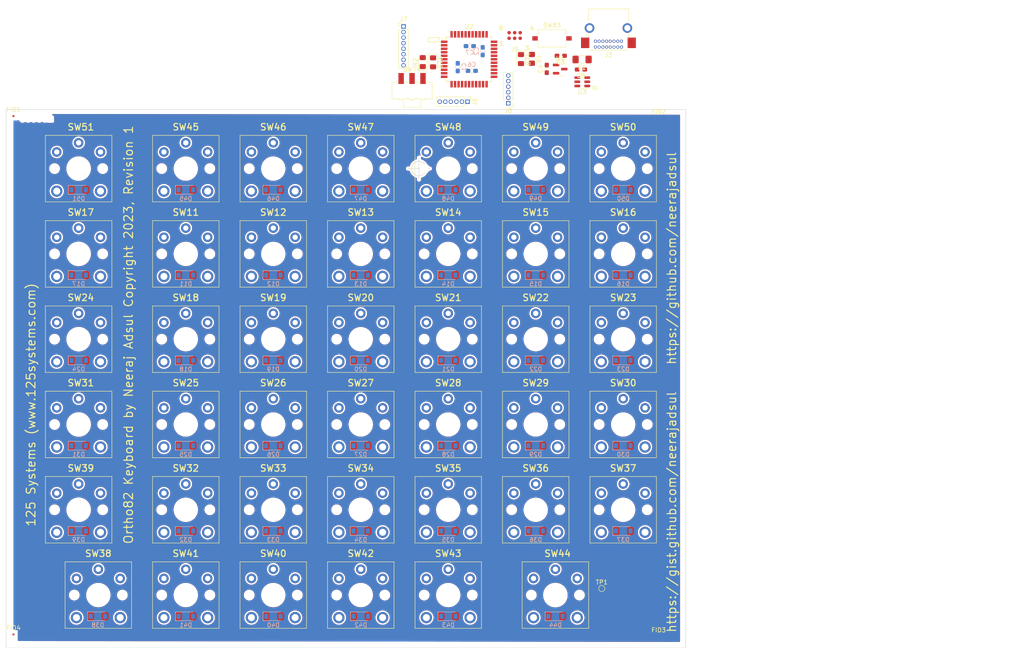
<source format=kicad_pcb>
(kicad_pcb (version 20221018) (generator pcbnew)
  (layers (0 "F.Cu" signal) (31 "B.Cu" signal) (34 "B.Paste" user) (35 "F.Paste" user) (36 "B.SilkS" user "B.Silkscreen") (37 "F.SilkS" user "F.Silkscreen") (38 "B.Mask" user) (39 "F.Mask" user) (44 "Edge.Cuts" user))
  (net 0 "")
  (net 1 "GND")
  (net 2 "/ROW_0")
  (net 3 "/ROW_1")
  (net 4 "Net-(D11-A)")
  (net 5 "Net-(D12-A)")
  (net 6 "Net-(D13-A)")
  (net 7 "Net-(D14-A)")
  (net 8 "Net-(D22-A)")
  (net 9 "Net-(D23-A)")
  (net 10 "/ROW_2")
  (net 11 "Net-(D15-A)")
  (net 12 "Net-(D16-A)")
  (net 13 "Net-(D20-A)")
  (net 14 "/ROW_3")
  (net 15 "Net-(D21-A)")
  (net 16 "/ROW_4")
  (net 17 "/COL_0")
  (net 18 "/COL_1")
  (net 19 "/COL_2")
  (net 20 "/COL_3")
  (net 21 "/COL_4")
  (net 22 "/COL_5")
  (net 23 "Net-(D24-A)")
  (net 24 "Net-(D25-A)")
  (net 25 "Net-(D26-A)")
  (net 26 "Net-(D36-A)")
  (net 27 "+3V3")
  (net 28 "Net-(D30-A)")
  (net 29 "Net-(D31-A)")
  (net 30 "Net-(D32-A)")
  (net 31 "Net-(D33-A)")
  (net 32 "/USB_D-")
  (net 33 "/USB_D+")
  (net 34 "Net-(D34-A)")
  (net 35 "Net-(D35-A)")
  (net 36 "Net-(D40-A)")
  (net 37 "Net-(D41-A)")
  (net 38 "Net-(D42-A)")
  (net 39 "/COL_6")
  (net 40 "Net-(D50-A)")
  (net 41 "Net-(D43-A)")
  (net 42 "Net-(D44-A)")
  (net 43 "Net-(D45-A)")
  (net 44 "Net-(D46-A)")
  (net 45 "Net-(D51-A)")
  (net 46 "Net-(D17-A)")
  (net 48 "/COL_7")
  (net 49 "/COL_8")
  (net 50 "/COL_9")
  (net 51 "/COL_10")
  (net 52 "/COL_11")
  (net 53 "/COL_12")
  (net 54 "/COL_13")
  (net 55 "/VBUS")
  (net 56 "/VBUS_FUSED")
  (net 57 "/USBM+")
  (net 58 "/USBM-")
  (net 59 "Net-(D49-A)")
  (net 60 "Net-(D48-A)")
  (net 65 "Net-(D76-K)")
  (net 66 "Net-(D74-A)")
  (net 69 "Net-(U2-PB3)")
  (net 78 "Net-(J9-Pin_1)")
  (net 79 "Net-(J9-Pin_5)")
  (net 80 "/ROW_F")
  (net 81 "Net-(D47-A)")
  (net 82 "Net-(D39-A)")
  (net 83 "Net-(D38-A)")
  (net 84 "Net-(D37-A)")
  (net 85 "Net-(D29-A)")
  (net 86 "Net-(D28-A)")
  (net 87 "Net-(D27-A)")
  (net 88 "Net-(D19-A)")
  (net 89 "Net-(D18-A)")
  (net 92 "/SHIELD_POUR")
  (net 93 "Net-(SW74-B)")
  (footprint "Switch_Keyboard_Kailh:SW_Kailh_Choc_V1V2_1.00u" (layer "F.Cu") (at 159.9 65)
    (fp_text reference "SW49" (at 0 -9.5) (layer "F.SilkS") (effects (font (size 1.5 1.5) (thickness 0.25) bold)))
    (fp_text value "SW_Push")
    (pad "" np_thru_hole circle (at -5.5 0) (size 1.9 1.9) (drill 1.9) (layers "*.Cu" "*.Mask"))
    (pad "" thru_hole circle (at -5 5.15) (size 2.6 2.6) (drill 1.6) (layers "*.Cu" "*.Mask"))
    (pad "" np_thru_hole circle (at 0 0) (size 5 5) (drill 5) (layers "F&B.Cu" "*.Mask"))
    (pad "" thru_hole circle (at 5 5.15) (size 2.6 2.6) (drill 1.6) (layers "*.Cu" "*.Mask"))
    (pad "" np_thru_hole circle (at 5.5 0) (size 1.9 1.9) (drill 1.9) (layers "*.Cu" "*.Mask"))
    (pad "1" thru_hole circle (at 0 -5.9) (size 2.2 2.2) (drill 1.2) (layers "*.Cu" "*.Mask") (net 21 "/COL_4"))
    (pad "2" thru_hole circle (at -5 -3.8) (size 2.2 2.2) (drill 1.2) (layers "*.Cu" "*.Mask") (net 59 "Net-(D49-A)"))
    (pad "2" thru_hole circle (at 5 -3.8) (size 2.2 2.2) (drill 1.2) (layers "*.Cu" "*.Paste" "*.Mask") (net 59 "Net-(D49-A)"))
  )
  (footprint "Switch_Keyboard_Kailh:SW_Kailh_Choc_V1V2_1.00u" (layer "F.Cu") (at 99.9 84.5)
    (fp_text reference "SW12" (at 0 -9.5) (layer "F.SilkS") (effects (font (size 1.5 1.5) (thickness 0.25) bold)))
    (fp_text value "SW_Push")
    (pad "" np_thru_hole circle (at -5.5 0) (size 1.9 1.9) (drill 1.9) (layers "*.Cu" "*.Mask"))
    (pad "" thru_hole circle (at -5 5.15) (size 2.6 2.6) (drill 1.6) (layers "*.Cu" "*.Mask"))
    (pad "" np_thru_hole circle (at 0 0) (size 5 5) (drill 5) (layers "F&B.Cu" "*.Mask"))
    (pad "" thru_hole circle (at 5 5.15) (size 2.6 2.6) (drill 1.6) (layers "*.Cu" "*.Mask"))
    (pad "" np_thru_hole circle (at 5.5 0) (size 1.9 1.9) (drill 1.9) (layers "*.Cu" "*.Mask"))
    (pad "1" thru_hole circle (at 0 -5.9) (size 2.2 2.2) (drill 1.2) (layers "*.Cu" "*.Mask") (net 18 "/COL_1"))
    (pad "2" thru_hole circle (at -5 -3.8) (size 2.2 2.2) (drill 1.2) (layers "*.Cu" "*.Mask") (net 5 "Net-(D12-A)"))
    (pad "2" thru_hole circle (at 5 -3.8) (size 2.2 2.2) (drill 1.2) (layers "*.Cu" "*.Paste" "*.Mask") (net 5 "Net-(D12-A)"))
  )
  (footprint "Switch_Keyboard_Kailh:SW_Kailh_Choc_V1V2_1.00u" (layer "F.Cu") (at 179.9 123.5)
    (fp_text reference "SW30" (at 0 -9.5) (layer "F.SilkS") (effects (font (size 1.5 1.5) (thickness 0.25) bold)))
    (fp_text value "SW_Push")
    (pad "" np_thru_hole circle (at -5.5 0) (size 1.9 1.9) (drill 1.9) (layers "*.Cu" "*.Mask"))
    (pad "" thru_hole circle (at -5 5.15) (size 2.6 2.6) (drill 1.6) (layers "*.Cu" "*.Mask"))
    (pad "" np_thru_hole circle (at 0 0) (size 5 5) (drill 5) (layers "F&B.Cu" "*.Mask"))
    (pad "" thru_hole circle (at 5 5.15) (size 2.6 2.6) (drill 1.6) (layers "*.Cu" "*.Mask"))
    (pad "" np_thru_hole circle (at 5.5 0) (size 1.9 1.9) (drill 1.9) (layers "*.Cu" "*.Mask"))
    (pad "1" thru_hole circle (at 0 -5.9) (size 2.2 2.2) (drill 1.2) (layers "*.Cu" "*.Mask") (net 22 "/COL_5"))
    (pad "2" thru_hole circle (at -5 -3.8) (size 2.2 2.2) (drill 1.2) (layers "*.Cu" "*.Mask") (net 28 "Net-(D30-A)"))
    (pad "2" thru_hole circle (at 5 -3.8) (size 2.2 2.2) (drill 1.2) (layers "*.Cu" "*.Paste" "*.Mask") (net 28 "Net-(D30-A)"))
  )
  (footprint "Fiducial:Fiducial_0.5mm_Mask1mm" (layer "F.Cu") (at 188 172)
    (fp_text reference "FID3" (at 0 -1.5) (layer "F.SilkS"))
    (fp_text value "Fiducial")
    (pad "" smd circle (at 0 0) (size 0.5 0.5) (layers "F.Cu" "F.Mask") (clearance 0.25))
  )
  (footprint "Switch_Keyboard_Kailh:SW_Kailh_Choc_V1V2_1.00u" (layer "F.Cu") (at 99.9 65)
    (fp_text reference "SW46" (at 0 -9.5) (layer "F.SilkS") (effects (font (size 1.5 1.5) (thickness 0.25) bold)))
    (fp_text value "SW_Push")
    (pad "" np_thru_hole circle (at -5.5 0) (size 1.9 1.9) (drill 1.9) (layers "*.Cu" "*.Mask"))
    (pad "" thru_hole circle (at -5 5.15) (size 2.6 2.6) (drill 1.6) (layers "*.Cu" "*.Mask"))
    (pad "" np_thru_hole circle (at 0 0) (size 5 5) (drill 5) (layers "F&B.Cu" "*.Mask"))
    (pad "" thru_hole circle (at 5 5.15) (size 2.6 2.6) (drill 1.6) (layers "*.Cu" "*.Mask"))
    (pad "" np_thru_hole circle (at 5.5 0) (size 1.9 1.9) (drill 1.9) (layers "*.Cu" "*.Mask"))
    (pad "1" thru_hole circle (at 0 -5.9) (size 2.2 2.2) (drill 1.2) (layers "*.Cu" "*.Mask"))
    (pad "2" thru_hole circle (at -5 -3.8) (size 2.2 2.2) (drill 1.2) (layers "*.Cu" "*.Mask") (net 44 "Net-(D46-A)"))
    (pad "2" thru_hole circle (at 5 -3.8) (size 2.2 2.2) (drill 1.2) (layers "*.Cu" "*.Paste" "*.Mask") (net 44 "Net-(D46-A)"))
  )
  (footprint "Switch_Keyboard_Kailh:SW_Kailh_Choc_V1V2_1.00u" (layer "F.Cu") (at 159.9 143)
    (fp_text reference "SW36" (at 0 -9.5) (layer "F.SilkS") (effects (font (size 1.5 1.5) (thickness 0.25) bold)))
    (fp_text value "SW_Push")
    (pad "" np_thru_hole circle (at -5.5 0) (size 1.9 1.9) (drill 1.9) (layers "*.Cu" "*.Mask"))
    (pad "" thru_hole circle (at -5 5.15) (size 2.6 2.6) (drill 1.6) (layers "*.Cu" "*.Mask"))
    (pad "" np_thru_hole circle (at 0 0) (size 5 5) (drill 5) (layers "F&B.Cu" "*.Mask"))
    (pad "" thru_hole circle (at 5 5.15) (size 2.6 2.6) (drill 1.6) (layers "*.Cu" "*.Mask"))
    (pad "" np_thru_hole circle (at 5.5 0) (size 1.9 1.9) (drill 1.9) (layers "*.Cu" "*.Mask"))
    (pad "1" thru_hole circle (at 0 -5.9) (size 2.2 2.2) (drill 1.2) (layers "*.Cu" "*.Mask") (net 21 "/COL_4"))
    (pad "2" thru_hole circle (at -5 -3.8) (size 2.2 2.2) (drill 1.2) (layers "*.Cu" "*.Mask") (net 26 "Net-(D36-A)"))
    (pad "2" thru_hole circle (at 5 -3.8) (size 2.2 2.2) (drill 1.2) (layers "*.Cu" "*.Paste" "*.Mask") (net 26 "Net-(D36-A)"))
  )
  (footprint "Connector_PinHeader_1.27mm:PinHeader_1x06_P1.27mm_Vertical" (layer "F.Cu") (at 144.305 49.7 -90)
    (fp_text reference "J6" (at 0 -1.695 -90) (layer "F.SilkS"))
    (fp_text value "Conn_01x06_Socket")
    (pad "1" thru_hole rect (at 0 0 270) (size 1 1) (drill 0.65) (layers "*.Cu" "*.Mask") (net 80 "/ROW_F"))
    (pad "2" thru_hole oval (at 0 1.27 270) (size 1 1) (drill 0.65) (layers "*.Cu" "*.Mask") (net 2 "/ROW_0"))
    (pad "3" thru_hole oval (at 0 2.54 270) (size 1 1) (drill 0.65) (layers "*.Cu" "*.Mask") (net 3 "/ROW_1"))
    (pad "4" thru_hole oval (at 0 3.81 270) (size 1 1) (drill 0.65) (layers "*.Cu" "*.Mask") (net 10 "/ROW_2"))
    (pad "5" thru_hole oval (at 0 5.08 270) (size 1 1) (drill 0.65) (layers "*.Cu" "*.Mask") (net 14 "/ROW_3"))
    (pad "6" thru_hole oval (at 0 6.35 270) (size 1 1) (drill 0.65) (layers "*.Cu" "*.Mask") (net 16 "/ROW_4"))
  )
  (footprint "Switch_Keyboard_Kailh:SW_Kailh_Choc_V1V2_1.00u" (layer "F.Cu") (at 139.9 162.5)
    (fp_text reference "SW43" (at 0 -9.5) (layer "F.SilkS") (effects (font (size 1.5 1.5) (thickness 0.25) bold)))
    (fp_text value "SW_Push")
    (pad "" np_thru_hole circle (at -5.5 0) (size 1.9 1.9) (drill 1.9) (layers "*.Cu" "*.Mask"))
    (pad "" thru_hole circle (at -5 5.15) (size 2.6 2.6) (drill 1.6) (layers "*.Cu" "*.Mask"))
    (pad "" np_thru_hole circle (at 0 0) (size 5 5) (drill 5) (layers "F&B.Cu" "*.Mask"))
    (pad "" thru_hole circle (at 5 5.15) (size 2.6 2.6) (drill 1.6) (layers "*.Cu" "*.Mask"))
    (pad "" np_thru_hole circle (at 5.5 0) (size 1.9 1.9) (drill 1.9) (layers "*.Cu" "*.Mask"))
    (pad "1" thru_hole circle (at 0 -5.9) (size 2.2 2.2) (drill 1.2) (layers "*.Cu" "*.Mask") (net 21 "/COL_4"))
    (pad "2" thru_hole circle (at -5 -3.8) (size 2.2 2.2) (drill 1.2) (layers "*.Cu" "*.Mask") (net 41 "Net-(D43-A)"))
    (pad "2" thru_hole circle (at 5 -3.8) (size 2.2 2.2) (drill 1.2) (layers "*.Cu" "*.Paste" "*.Mask") (net 41 "Net-(D43-A)"))
  )
  (footprint "LED_SMD:LED_0805_2012Metric_Pad1.15x1.40mm_HandSolder" (layer "F.Cu") (at 156.53 39.96 -90)
    (fp_text reference "D74" (at 0 -1.65 -90) (layer "F.SilkS"))
    (fp_text value "Green")
    (pad "1" smd roundrect (at -1.025 0 270) (size 1.15 1.4) (layers "F.Cu" "F.Paste" "F.Mask") (roundrect_rratio 0.217391) (net 1 "GND"))
    (pad "2" smd roundrect (at 1.025 0 270) (size 1.15 1.4) (layers "F.Cu" "F.Paste" "F.Mask") (roundrect_rratio 0.217391) (net 66 "Net-(D74-A)"))
  )
  (footprint "Capacitor_SMD:C_0603_1608Metric_Pad1.08x0.95mm_HandSolder" (layer "F.Cu") (at 162.425 42.2 90)
    (fp_text reference "C4" (at 0 -1.43 90) (layer "F.SilkS"))
    (fp_text value "C")
    (pad "1" smd roundrect (at -0.8625 0 90) (size 1.075 0.95) (layers "F.Cu" "F.Paste" "F.Mask") (net 27 "+3V3"))
    (pad "2" smd roundrect (at 0.8625 0 90) (size 1.075 0.95) (layers "F.Cu" "F.Paste" "F.Mask") (net 1 "GND"))
  )
  (footprint "Switch_Keyboard_Kailh:SW_Kailh_Choc_V1V2_1.00u" (layer "F.Cu") (at 99.9 123.5)
    (fp_text reference "SW26" (at 0 -9.5) (layer "F.SilkS") (effects (font (size 1.5 1.5) (thickness 0.25) bold)))
    (fp_text value "SW_Push")
    (pad "" np_thru_hole circle (at -5.5 0) (size 1.9 1.9) (drill 1.9) (layers "*.Cu" "*.Mask"))
    (pad "" thru_hole circle (at -5 5.15) (size 2.6 2.6) (drill 1.6) (layers "*.Cu" "*.Mask"))
    (pad "" np_thru_hole circle (at 0 0) (size 5 5) (drill 5) (layers "F&B.Cu" "*.Mask"))
    (pad "" thru_hole circle (at 5 5.15) (size 2.6 2.6) (drill 1.6) (layers "*.Cu" "*.Mask"))
    (pad "" np_thru_hole circle (at 5.5 0) (size 1.9 1.9) (drill 1.9) (layers "*.Cu" "*.Mask"))
    (pad "1" thru_hole circle (at 0 -5.9) (size 2.2 2.2) (drill 1.2) (layers "*.Cu" "*.Mask") (net 18 "/COL_1"))
    (pad "2" thru_hole circle (at -5 -3.8) (size 2.2 2.2) (drill 1.2) (layers "*.Cu" "*.Mask") (net 25 "Net-(D26-A)"))
    (pad "2" thru_hole circle (at 5 -3.8) (size 2.2 2.2) (drill 1.2) (layers "*.Cu" "*.Paste" "*.Mask") (net 25 "Net-(D26-A)"))
  )
  (footprint "LED_SMD:LED_0805_2012Metric_Pad1.15x1.40mm_HandSolder" (layer "F.Cu") (at 134.08 40.65 90)
    (fp_text reference "R2" (at 0 -1.65 90) (layer "F.SilkS"))
    (fp_text value "499")
    (pad "1" smd roundrect (at -1.025 0 90) (size 1.15 1.4) (layers "F.Cu" "F.Paste" "F.Mask") (roundrect_rratio 0.217391) (net 69 "Net-(U2-PB3)"))
    (pad "2" smd roundrect (at 1.025 0 90) (size 1.15 1.4) (layers "F.Cu" "F.Paste" "F.Mask") (roundrect_rratio 0.217391) (net 65 "Net-(D76-K)"))
  )
  (footprint "Switch_Keyboard_Kailh:SW_Kailh_Choc_V1V2_1.00u" (layer "F.Cu") (at 79.9 123.5)
    (fp_text reference "SW25" (at 0 -9.5) (layer "F.SilkS") (effects (font (size 1.5 1.5) (thickness 0.25) bold)))
    (fp_text value "SW_Push")
    (pad "" np_thru_hole circle (at -5.5 0) (size 1.9 1.9) (drill 1.9) (layers "*.Cu" "*.Mask"))
    (pad "" thru_hole circle (at -5 5.15) (size 2.6 2.6) (drill 1.6) (layers "*.Cu" "*.Mask"))
    (pad "" np_thru_hole circle (at 0 0) (size 5 5) (drill 5) (layers "F&B.Cu" "*.Mask"))
    (pad "" thru_hole circle (at 5 5.15) (size 2.6 2.6) (drill 1.6) (layers "*.Cu" "*.Mask"))
    (pad "" np_thru_hole circle (at 5.5 0) (size 1.9 1.9) (drill 1.9) (layers "*.Cu" "*.Mask"))
    (pad "1" thru_hole circle (at 0 -5.9) (size 2.2 2.2) (drill 1.2) (layers "*.Cu" "*.Mask") (net 17 "/COL_0"))
    (pad "2" thru_hole circle (at -5 -3.8) (size 2.2 2.2) (drill 1.2) (layers "*.Cu" "*.Mask") (net 24 "Net-(D25-A)"))
    (pad "2" thru_hole circle (at 5 -3.8) (size 2.2 2.2) (drill 1.2) (layers "*.Cu" "*.Paste" "*.Mask") (net 24 "Net-(D25-A)"))
  )
  (footprint "Switch_Keyboard_Kailh:SW_Kailh_Choc_V1V2_1.00u" (layer "F.Cu") (at 179.9 84.5)
    (fp_text reference "SW16" (at 0 -9.5) (layer "F.SilkS") (effects (font (size 1.5 1.5) (thickness 0.25) bold)))
    (fp_text value "SW_Push")
    (pad "" np_thru_hole circle (at -5.5 0) (size 1.9 1.9) (drill 1.9) (layers "*.Cu" "*.Mask"))
    (pad "" thru_hole circle (at -5 5.15) (size 2.6 2.6) (drill 1.6) (layers "*.Cu" "*.Mask"))
    (pad "" np_thru_hole circle (at 0 0) (size 5 5) (drill 5) (layers "F&B.Cu" "*.Mask"))
    (pad "" thru_hole circle (at 5 5.15) (size 2.6 2.6) (drill 1.6) (layers "*.Cu" "*.Mask"))
    (pad "" np_thru_hole circle (at 5.5 0) (size 1.9 1.9) (drill 1.9) (layers "*.Cu" "*.Mask"))
    (pad "1" thru_hole circle (at 0 -5.9) (size 2.2 2.2) (drill 1.2) (layers "*.Cu" "*.Mask") (net 22 "/COL_5"))
    (pad "2" thru_hole circle (at -5 -3.8) (size 2.2 2.2) (drill 1.2) (layers "*.Cu" "*.Mask") (net 12 "Net-(D16-A)"))
    (pad "2" thru_hole circle (at 5 -3.8) (size 2.2 2.2) (drill 1.2) (layers "*.Cu" "*.Paste" "*.Mask") (net 12 "Net-(D16-A)"))
  )
  (footprint "Switch_Keyboard_Kailh:SW_Kailh_Choc_V1V2_1.00u" (layer "F.Cu") (at 79.9 162.5)
    (fp_text reference "SW41" (at 0 -9.5) (layer "F.SilkS") (effects (font (size 1.5 1.5) (thickness 0.25) bold)))
    (fp_text value "SW_Push")
    (pad "" np_thru_hole circle (at -5.5 0) (size 1.9 1.9) (drill 1.9) (layers "*.Cu" "*.Mask"))
    (pad "" thru_hole circle (at -5 5.15) (size 2.6 2.6) (drill 1.6) (layers "*.Cu" "*.Mask"))
    (pad "" np_thru_hole circle (at 0 0) (size 5 5) (drill 5) (layers "F&B.Cu" "*.Mask"))
    (pad "" thru_hole circle (at 5 5.15) (size 2.6 2.6) (drill 1.6) (layers "*.Cu" "*.Mask"))
    (pad "" np_thru_hole circle (at 5.5 0) (size 1.9 1.9) (drill 1.9) (layers "*.Cu" "*.Mask"))
    (pad "1" thru_hole circle (at 0 -5.9) (size 2.2 2.2) (drill 1.2) (layers "*.Cu" "*.Mask") (net 18 "/COL_1"))
    (pad "2" thru_hole circle (at -5 -3.8) (size 2.2 2.2) (drill 1.2) (layers "*.Cu" "*.Mask") (net 37 "Net-(D41-A)"))
    (pad "2" thru_hole circle (at 5 -3.8) (size 2.2 2.2) (drill 1.2) (layers "*.Cu" "*.Paste" "*.Mask") (net 37 "Net-(D41-A)"))
  )
  (footprint "Switch_Keyboard_Kailh:SW_Kailh_Choc_V1V2_1.00u" (layer "F.Cu") (at 139.9 104)
    (fp_text reference "SW21" (at 0 -9.5) (layer "F.SilkS") (effects (font (size 1.5 1.5) (thickness 0.25) bold)))
    (fp_text value "SW_Push")
    (pad "" np_thru_hole circle (at -5.5 0) (size 1.9 1.9) (drill 1.9) (layers "*.Cu" "*.Mask"))
    (pad "" thru_hole circle (at -5 5.15) (size 2.6 2.6) (drill 1.6) (layers "*.Cu" "*.Mask"))
    (pad "" np_thru_hole circle (at 0 0) (size 5 5) (drill 5) (layers "F&B.Cu" "*.Mask"))
    (pad "" thru_hole circle (at 5 5.15) (size 2.6 2.6) (drill 1.6) (layers "*.Cu" "*.Mask"))
    (pad "" np_thru_hole circle (at 5.5 0) (size 1.9 1.9) (drill 1.9) (layers "*.Cu" "*.Mask"))
    (pad "1" thru_hole circle (at 0 -5.9) (size 2.2 2.2) (drill 1.2) (layers "*.Cu" "*.Mask") (net 20 "/COL_3"))
    (pad "2" thru_hole circle (at -5 -3.8) (size 2.2 2.2) (drill 1.2) (layers "*.Cu" "*.Mask") (net 15 "Net-(D21-A)"))
    (pad "2" thru_hole circle (at 5 -3.8) (size 2.2 2.2) (drill 1.2) (layers "*.Cu" "*.Paste" "*.Mask") (net 15 "Net-(D21-A)"))
  )
  (footprint "CustomHandSolderConnectors:USB_C_Receptacle_GCT_USB4085_HandSolder_SMT" (layer "F.Cu") (at 179.505 37.225 180)
    (fp_text reference "J3" (at 2.975 -1.8 180) (layer "F.SilkS"))
    (fp_text value "USB_C_Receptacle_USB2.0")
    (pad "A1" thru_hole circle (at 0 0 180) (size 0.7 0.7) (drill 0.4) (layers "*.Cu" "*.Mask") (net 1 "GND"))
    (pad "A4" thru_hole circle (at 0.85 0 180) (size 0.7 0.7) (drill 0.4) (layers "*.Cu" "*.Mask") (net 55 "/VBUS"))
    (pad "A5" thru_hole circle (at 1.7 0 180) (size 0.7 0.7) (drill 0.4) (layers "*.Cu" "*.Mask"))
    (pad "A6" thru_hole circle (at 2.55 0 180) (size 0.7 0.7) (drill 0.4) (layers "*.Cu" "*.Mask") (net 33 "/USB_D+"))
    (pad "A7" thru_hole circle (at 3.4 0 180) (size 0.7 0.7) (drill 0.4) (layers "*.Cu" "*.Mask") (net 32 "/USB_D-"))
    (pad "A8" thru_hole circle (at 4.25 0 180) (size 0.7 0.7) (drill 0.4) (layers "*.Cu" "*.Mask"))
    (pad "A9" thru_hole circle (at 5.1 0 180) (size 0.7 0.7) (drill 0.4) (layers "*.Cu" "*.Mask") (net 55 "/VBUS"))
    (pad "A12" thru_hole circle (at 5.95 0 180) (size 0.7 0.7) (drill 0.4) (layers "*.Cu" "*.Mask") (net 1 "GND"))
    (pad "B1" thru_hole circle (at 5.95 1.35 180) (size 0.7 0.7) (drill 0.4) (layers "*.Cu" "*.Mask") (net 1 "GND"))
    (pad "B4" thru_hole circle (at 5.1 1.35 180) (size 0.7 0.7) (drill 0.4) (layers "*.Cu" "*.Mask") (net 55 "/VBUS"))
    (pad "B5" thru_hole circle (at 4.25 1.35 180) (size 0.7 0.7) (drill 0.4) (layers "*.Cu" "*.Mask"))
    (pad "B6" thru_hole circle (at 3.4 1.35 180) (size 0.7 0.7) (drill 0.4) (layers "*.Cu" "*.Mask") (net 33 "/USB_D+"))
    (pad "B7" thru_hole circle (at 2.55 1.35 180) (size 0.7 0.7) (drill 0.4) (layers "*.Cu" "*.Mask") (net 32 "/USB_D-"))
    (pad "B8" thru_hole circle (at 1.7 1.35 180) (size 0.7 0.7) (drill 0.4) (layers "*.Cu" "*.Mask"))
    (pad "B9" thru_hole circle (at 0.85 1.35 180) (size 0.7 0.7) (drill 0.4) (layers "*.Cu" "*.Mask") (net 55 "/VBUS"))
    (pad "B12" thru_hole circle (at 0 1.35 180) (size 0.7 0.7) (drill 0.4) (layers "*.Cu" "*.Mask") (net 1 "GND"))
    (pad "S1" smd rect (at -1.35 0.98 180) (size 1.9 2.4) (drill oval (offset -1 0)) (layers "F.Cu" "F.Paste" "F.Mask") (net 92 "/SHIELD_POUR"))
    (pad "S1" thru_hole oval (at -1.35 4.36 180) (size 2.2 2.2) (drill 1.4) (layers "*.Cu" "*.Mask") (net 92 "/SHIELD_POUR"))
    (pad "S1" smd rect (at 7.3 0.98 180) (size 1.9 2.4) (drill oval (offset 1 0)) (layers "F.Cu" "F.Paste" "F.Mask") (net 92 "/SHIELD_POUR"))
    (pad "S1" thru_hole oval (at 7.3 4.36 180) (size 2.2 2.2) (drill 1.4) (layers "*.Cu" "*.Mask") (net 92 "/SHIELD_POUR"))
  )
  (footprint "Package_TO_SOT_SMD:SOT-23-6" (layer "F.Cu") (at 170.5425 45.15 180)
    (fp_text reference "U3" (at 0 -2.4 180) (layer "F.SilkS"))
    (fp_text value "USBLC6-2SC6")
    (pad "1" smd roundrect (at -1.1375 -0.95 180) (size 1.325 0.6) (layers "F.Cu" "F.Paste" "F.Mask") (net 33 "/USB_D+"))
    (pad "2" smd roundrect (at -1.1375 0 180) (size 1.325 0.6) (layers "F.Cu" "F.Paste" "F.Mask") (net 1 "GND"))
    (pad "3" smd roundrect (at -1.1375 0.95 180) (size 1.325 0.6) (layers "F.Cu" "F.Paste" "F.Mask") (net 32 "/USB_D-"))
    (pad "4" smd roundrect (at 1.1375 0.95 180) (size 1.325 0.6) (layers "F.Cu" "F.Paste" "F.Mask") (net 58 "/USBM-"))
    (pad "5" smd roundrect (at 1.1375 0 180) (size 1.325 0.6) (layers "F.Cu" "F.Paste" "F.Mask") (net 55 "/VBUS"))
    (pad "6" smd roundrect (at 1.1375 -0.95 180) (size 1.325 0.6) (layers "F.Cu" "F.Paste" "F.Mask") (net 57 "/USBM+"))
  )
  (footprint "Fiducial:Fiducial_0.5mm_Mask1mm" (layer "F.Cu") (at 188 53.5)
    (fp_text reference "FID2" (at 0 -1.5) (layer "F.SilkS"))
    (fp_text value "Fiducial")
    (pad "" smd circle (at 0 0) (size 0.5 0.5) (layers "F.Cu" "F.Mask") (clearance 0.25))
  )
  (footprint "Switch_Keyboard_Kailh:SW_Kailh_Choc_V1V2_1.50u" (layer "F.Cu") (at 55.4 123.5)
    (fp_text reference "SW31" (at 0.5 -9.5) (layer "F.SilkS") (effects (font (size 1.5 1.5) (thickness 0.25) bold)))
    (fp_text value "SW_Push")
    (pad "" np_thru_hole circle (at -5.5 0) (size 1.9 1.9) (drill 1.9) (layers "*.Cu" "*.Mask"))
    (pad "" thru_hole circle (at -5 5.15) (size 2.6 2.6) (drill 1.6) (layers "*.Cu" "*.Mask"))
    (pad "" np_thru_hole circle (at 0 0) (size 5.05 5.05) (drill 5.05) (layers "*.Cu" "*.Mask"))
    (pad "" thru_hole circle (at 5 5.15) (size 2.6 2.6) (drill 1.6) (layers "*.Cu" "*.Mask"))
    (pad "" np_thru_hole circle (at 5.5 0) (size 1.9 1.9) (drill 1.9) (layers "*.Cu" "*.Mask"))
    (pad "1" thru_hole circle (at 0 -5.9) (size 2.2 2.2) (drill 1.2) (layers "*.Cu" "*.Mask") (net 39 "/COL_6"))
    (pad "2" thru_hole circle (at -5 -3.8) (size 2.2 2.2) (drill 1.2) (layers "*.Cu" "*.Mask") (net 29 "Net-(D31-A)"))
    (pad "2" thru_hole circle (at 5 -3.8) (size 2.2 2.2) (drill 1.2) (layers "*.Cu" "*.Mask") (net 29 "Net-(D31-A)"))
  )
  (footprint "Switch_Keyboard_Kailh:SW_Kailh_Choc_V1V2_1.00u" (layer "F.Cu") (at 79.9 84.5)
    (fp_text reference "SW11" (at 0 -9.5) (layer "F.SilkS") (effects (font (size 1.5 1.5) (thickness 0.25) bold)))
    (fp_text value "SW_Push")
    (pad "" np_thru_hole circle (at -5.5 0) (size 1.9 1.9) (drill 1.9) (layers "*.Cu" "*.Mask"))
    (pad "" thru_hole circle (at -5 5.15) (size 2.6 2.6) (drill 1.6) (layers "*.Cu" "*.Mask"))
    (pad "" np_thru_hole circle (at 0 0) (size 5 5) (drill 5) (layers "F&B.Cu" "*.Mask"))
    (pad "" thru_hole circle (at 5 5.15) (size 2.6 2.6) (drill 1.6) (layers "*.Cu" "*.Mask"))
    (pad "" np_thru_hole circle (at 5.5 0) (size 1.9 1.9) (drill 1.9) (layers "*.Cu" "*.Mask"))
    (pad "1" thru_hole circle (at 0 -5.9) (size 2.2 2.2) (drill 1.2) (layers "*.Cu" "*.Mask") (net 17 "/COL_0"))
    (pad "2" thru_hole circle (at -5 -3.8) (size 2.2 2.2) (drill 1.2) (layers "*.Cu" "*.Mask") (net 4 "Net-(D11-A)"))
    (pad "2" thru_hole circle (at 5 -3.8) (size 2.2 2.2) (drill 1.2) (layers "*.Cu" "*.Paste" "*.Mask") (net 4 "Net-(D11-A)"))
  )
  (footprint "Switch_Keyboard_Kailh:SW_Kailh_Choc_V1V2_1.50u" (layer "F.Cu") (at 55.4 84.5)
    (fp_text reference "SW17" (at 0.5 -9.5) (layer "F.SilkS") (effects (font (size 1.5 1.5) (thickness 0.25) bold)))
    (fp_text value "SW_Push")
    (pad "" np_thru_hole circle (at -5.5 0) (size 1.9 1.9) (drill 1.9) (layers "*.Cu" "*.Mask"))
    (pad "" thru_hole circle (at -5 5.15) (size 2.6 2.6) (drill 1.6) (layers "*.Cu" "*.Mask"))
    (pad "" np_thru_hole circle (at 0 0) (size 5.05 5.05) (drill 5.05) (layers "*.Cu" "*.Mask"))
    (pad "" thru_hole circle (at 5 5.15) (size 2.6 2.6) (drill 1.6) (layers "*.Cu" "*.Mask"))
    (pad "" np_thru_hole circle (at 5.5 0) (size 1.9 1.9) (drill 1.9) (layers "*.Cu" "*.Mask"))
    (pad "1" thru_hole circle (at 0 -5.9) (size 2.2 2.2) (drill 1.2) (layers "*.Cu" "*.Mask") (net 39 "/COL_6"))
    (pad "2" thru_hole circle (at -5 -3.8) (size 2.2 2.2) (drill 1.2) (layers "*.Cu" "*.Mask") (net 46 "Net-(D17-A)"))
    (pad "2" thru_hole circle (at 5 -3.8) (size 2.2 2.2) (drill 1.2) (layers "*.Cu" "*.Mask") (net 46 "Net-(D17-A)"))
  )
  (footprint "LED_SMD:LED_0805_2012Metric_Pad1.15x1.40mm_HandSolder" (layer "F.Cu") (at 136.43 40.7 -90)
    (fp_text reference "D76" (at 0 -1.65 -90) (layer "F.SilkS"))
    (fp_text value "Red")
    (pad "1" smd roundrect (at -1.025 0 270) (size 1.15 1.4) (layers "F.Cu" "F.Paste" "F.Mask") (roundrect_rratio 0.217391) (net 65 "Net-(D76-K)"))
    (pad "2" smd roundrect (at 1.025 0 270) (size 1.15 1.4) (layers "F.Cu" "F.Paste" "F.Mask") (roundrect_rratio 0.217391) (net 27 "+3V3"))
  )
  (footprint "Switch_Keyboard_Kailh:SW_Kailh_Choc_V1V2_1.00u" (layer "F.Cu") (at 159.9 104)
    (fp_text reference "SW22" (at 0 -9.5) (layer "F.SilkS") (effects (font (size 1.5 1.5) (thickness 0.25) bold)))
    (fp_text value "SW_Push")
    (pad "" np_thru_hole circle (at -5.5 0) (size 1.9 1.9) (drill 1.9) (layers "*.Cu" "*.Mask"))
    (pad "" thru_hole circle (at -5 5.15) (size 2.6 2.6) (drill 1.6) (layers "*.Cu" "*.Mask"))
    (pad "" np_thru_hole circle (at 0 0) (size 5 5) (drill 5) (layers "F&B.Cu" "*.Mask"))
    (pad "" thru_hole circle (at 5 5.15) (size 2.6 2.6) (drill 1.6) (layers "*.Cu" "*.Mask"))
    (pad "" np_thru_hole circle (at 5.5 0) (size 1.9 1.9) (drill 1.9) (layers "*.Cu" "*.Mask"))
    (pad "1" thru_hole circle (at 0 -5.9) (size 2.2 2.2) (drill 1.2) (layers "*.Cu" "*.Mask") (net 21 "/COL_4"))
    (pad "2" thru_hole circle (at -5 -3.8) (size 2.2 2.2) (drill 1.2) (layers "*.Cu" "*.Mask") (net 8 "Net-(D22-A)"))
    (pad "2" thru_hole circle (at 5 -3.8) (size 2.2 2.2) (drill 1.2) (layers "*.Cu" "*.Paste" "*.Mask") (net 8 "Net-(D22-A)"))
  )
  (footprint "Switch_Keyboard_Kailh:SW_Kailh_Choc_V1V2_1.50u" (layer "F.Cu") (at 164.4 162.5)
    (fp_text reference "SW44" (at 0.5 -9.5) (layer "F.SilkS") (effects (font (size 1.5 1.5) (thickness 0.25) bold)))
    (fp_text value "SW_Push")
    (pad "" np_thru_hole circle (at -5.5 0) (size 1.9 1.9) (drill 1.9) (layers "*.Cu" "*.Mask"))
    (pad "" thru_hole circle (at -5 5.15) (size 2.6 2.6) (drill 1.6) (layers "*.Cu" "*.Mask"))
    (pad "" np_thru_hole circle (at 0 0) (size 5.05 5.05) (drill 5.05) (layers "*.Cu" "*.Mask"))
    (pad "" thru_hole circle (at 5 5.15) (size 2.6 2.6) (drill 1.6) (layers "*.Cu" "*.Mask"))
    (pad "" np_thru_hole circle (at 5.5 0) (size 1.9 1.9) (drill 1.9) (layers "*.Cu" "*.Mask"))
    (pad "1" thru_hole circle (at 0 -5.9) (size 2.2 2.2) (drill 1.2) (layers "*.Cu" "*.Mask") (net 22 "/COL_5"))
    (pad "2" thru_hole circle (at -5 -3.8) (size 2.2 2.2) (drill 1.2) (layers "*.Cu" "*.Mask") (net 42 "Net-(D44-A)"))
    (pad "2" thru_hole circle (at 5 -3.8) (size 2.2 2.2) (drill 1.2) (layers "*.Cu" "*.Mask") (net 42 "Net-(D44-A)"))
  )
  (footprint "Switch_Keyboard_Kailh:SW_Kailh_Choc_V1V2_1.00u" (layer "F.Cu") (at 119.9 143)
    (fp_text reference "SW34" (at 0 -9.5) (layer "F.SilkS") (effects (font (size 1.5 1.5) (thickness 0.25) bold)))
    (fp_text value "SW_Push")
    (pad "" np_thru_hole circle (at -5.5 0) (size 1.9 1.9) (drill 1.9) (layers "*.Cu" "*.Mask"))
    (pad "" thru_hole circle (at -5 5.15) (size 2.6 2.6) (drill 1.6) (layers "*.Cu" "*.Mask"))
    (pad "" np_thru_hole circle (at 0 0) (size 5 5) (drill 5) (layers "F&B.Cu" "*.Mask"))
    (pad "" thru_hole circle (at 5 5.15) (size 2.6 2.6) (drill 1.6) (layers "*.Cu" "*.Mask"))
    (pad "" np_thru_hole circle (at 5.5 0) (size 1.9 1.9) (drill 1.9) (layers "*.Cu" "*.Mask"))
    (pad "1" thru_hole circle (at 0 -5.9) (size 2.2 2.2) (drill 1.2) (layers "*.Cu" "*.Mask") (net 19 "/COL_2"))
    (pad "2" thru_hole circle (at -5 -3.8) (size 2.2 2.2) (drill 1.2) (layers "*.Cu" "*.Mask") (net 34 "Net-(D34-A)"))
    (pad "2" thru_hole circle (at 5 -3.8) (size 2.2 2.2) (drill 1.2) (layers "*.Cu" "*.Paste" "*.Mask") (net 34 "Net-(D34-A)"))
  )
  (footprint "Capacitor_SMD:C_0603_1608Metric_Pad1.08x0.95mm_HandSolder" (layer "F.Cu") (at 170.2425 42.35 180)
    (fp_text reference "C5" (at 0 -1.43 180) (layer "F.SilkS"))
    (fp_text value "C")
    (pad "1" smd roundrect (at -0.8625 0 180) (size 1.075 0.95) (layers "F.Cu" "F.Paste" "F.Mask") (net 55 "/VBUS"))
    (pad "2" smd roundrect (at 0.8625 0 180) (size 1.075 0.95) (layers "F.Cu" "F.Paste" "F.Mask") (net 1 "GND"))
  )
  (footprint "Fiducial:Fiducial_0.5mm_Mask1mm" (layer "F.Cu") (at 40.5 171.5)
    (fp_text reference "FID4" (at 0 -1.5) (layer "F.SilkS"))
    (fp_text value "Fiducial")
    (pad "" smd circle (at 0 0) (size 0.5 0.5) (layers "F.Cu" "F.Mask") (clearance 0.25))
  )
  (footprint "Switch_Keyboard_Kailh:SW_Kailh_Choc_V1V2_1.00u" (layer "F.Cu") (at 179.9 65)
    (fp_text reference "SW50" (at 0 -9.5) (layer "F.SilkS") (effects (font (size 1.5 1.5) (thickness 0.25) bold)))
    (fp_text value "SW_Push")
    (pad "" np_thru_hole circle (at -5.5 0) (size 1.9 1.9) (drill 1.9) (layers "*.Cu" "*.Mask"))
    (pad "" thru_hole circle (at -5 5.15) (size 2.6 2.6) (drill 1.6) (layers "*.Cu" "*.Mask"))
    (pad "" np_thru_hole circle (at 0 0) (size 5 5) (drill 5) (layers "F&B.Cu" "*.Mask"))
    (pad "" thru_hole circle (at 5 5.15) (size 2.6 2.6) (drill 1.6) (layers "*.Cu" "*.Mask"))
    (pad "" np_thru_hole circle (at 5.5 0) (size 1.9 1.9) (drill 1.9) (layers "*.Cu" "*.Mask"))
    (pad "1" thru_hole circle (at 0 -5.9) (size 2.2 2.2) (drill 1.2) (layers "*.Cu" "*.Mask") (net 22 "/COL_5"))
    (pad "2" thru_hole circle (at -5 -3.8) (size 2.2 2.2) (drill 1.2) (layers "*.Cu" "*.Mask") (net 40 "Net-(D50-A)"))
    (pad "2" thru_hole circle (at 5 -3.8) (size 2.2 2.2) (drill 1.2) (layers "*.Cu" "*.Paste" "*.Mask") (net 40 "Net-(D50-A)"))
  )
  (footprint "Fuse:Fuse_1206_3216Metric_Pad1.42x1.75mm_HandSolder" (layer "F.Cu") (at 170.505 40.05 180)
    (fp_text reference "F1" (at 0 -1.82 180) (layer "F.SilkS"))
    (fp_text value "Polyfuse")
    (pad "1" smd roundrect (at -1.4875 0 180) (size 1.425 1.75) (layers "F.Cu" "F.Paste" "F.Mask") (roundrect_rratio 0.175439) (net 55 "/VBUS"))
    (pad "2" smd roundrect (at 1.4875 0 180) (size 1.425 1.75) (layers "F.Cu" "F.Paste" "F.Mask") (roundrect_rratio 0.175439) (net 56 "/VBUS_FUSED"))
  )
  (footprint "Switch_Keyboard_Kailh:SW_Kailh_Choc_V1V2_1.00u" (layer "F.Cu") (at 79.9 65)
    (fp_text reference "SW45" (at 0 -9.5) (layer "F.SilkS") (effects (font (size 1.5 1.5) (thickness 0.25) bold)))
    (fp_text value "SW_Push")
    (pad "" np_thru_hole circle (at -5.5 0) (size 1.9 1.9) (drill 1.9) (layers "*.Cu" "*.Mask"))
    (pad "" thru_hole circle (at -5 5.15) (size 2.6 2.6) (drill 1.6) (layers "*.Cu" "*.Mask"))
    (pad "" np_thru_hole circle (at 0 0) (size 5 5) (drill 5) (layers "F&B.Cu" "*.Mask"))
    (pad "" thru_hole circle (at 5 5.15) (size 2.6 2.6) (drill 1.6) (layers "*.Cu" "*.Mask"))
    (pad "" np_thru_hole circle (at 5.5 0) (size 1.9 1.9) (drill 1.9) (layers "*.Cu" "*.Mask"))
    (pad "1" thru_hole circle (at 0 -5.9) (size 2.2 2.2) (drill 1.2) (layers "*.Cu" "*.Mask") (net 17 "/COL_0"))
    (pad "2" thru_hole circle (at -5 -3.8) (size 2.2 2.2) (drill 1.2) (layers "*.Cu" "*.Mask") (net 43 "Net-(D45-A)"))
    (pad "2" thru_hole circle (at 5 -3.8) (size 2.2 2.2) (drill 1.2) (layers "*.Cu" "*.Paste" "*.Mask") (net 43 "Net-(D45-A)"))
  )
  (footprint "Package_QFP:TQFP-44_10x10mm_P0.8mm" (layer "F.Cu") (at 144.6675 40)
    (fp_text reference "U2" (at 0 -7.45) (layer "F.SilkS"))
    (fp_text value "ATxmega32A4U-A")
    (pad "1" smd rect (at -5.7 -4) (size 1.5 0.55) (layers "F.Cu" "F.Paste" "F.Mask") (net 22 "/COL_5"))
    (pad "2" smd rect (at -5.7 -3.2) (size 1.5 0.55) (layers "F.Cu" "F.Paste" "F.Mask") (net 39 "/COL_6"))
    (pad "3" smd rect (at -5.7 -2.4) (size 1.5 0.55) (layers "F.Cu" "F.Paste" "F.Mask") (net 48 "/COL_7"))
    (pad "4" smd rect (at -5.7 -1.6) (size 1.5 0.55) (layers "F.Cu" "F.Paste" "F.Mask") (net 93 "Net-(SW74-B)"))
    (pad "5" smd rect (at -5.7 -0.8) (size 1.5 0.55) (layers "F.Cu" "F.Paste" "F.Mask"))
    (pad "6" smd rect (at -5.7 0) (size 1.5 0.55) (layers "F.Cu" "F.Paste" "F.Mask"))
    (pad "7" smd rect (at -5.7 0.8) (size 1.5 0.55) (layers "F.Cu" "F.Paste" "F.Mask") (net 69 "Net-(U2-PB3)"))
    (pad "8" smd rect (at -5.7 1.6) (size 1.5 0.55) (layers "F.Cu" "F.Paste" "F.Mask") (net 1 "GND"))
    (pad "9" smd rect (at -5.7 2.4) (size 1.5 0.55) (layers "F.Cu" "F.Paste" "F.Mask") (net 27 "+3V3"))
    (pad "10" smd rect (at -5.7 3.2) (size 1.5 0.55) (layers "F.Cu" "F.Paste" "F.Mask") (net 16 "/ROW_4"))
    (pad "11" smd rect (at -5.7 4) (size 1.5 0.55) (layers "F.Cu" "F.Paste" "F.Mask") (net 14 "/ROW_3"))
    (pad "12" smd rect (at -4 5.7 90) (size 1.5 0.55) (layers "F.Cu" "F.Paste" "F.Mask") (net 10 "/ROW_2"))
    (pad "13" smd rect (at -3.2 5.7 90) (size 1.5 0.55) (layers "F.Cu" "F.Paste" "F.Mask") (net 3 "/ROW_1"))
    (pad "14" smd rect (at -2.4 5.7 90) (size 1.5 0.55) (layers "F.Cu" "F.Paste" "F.Mask") (net 2 "/ROW_0"))
    (pad "15" smd rect (at -1.6 5.7 90) (size 1.5 0.55) (layers "F.Cu" "F.Paste" "F.Mask") (net 80 "/ROW_F"))
    (pad "16" smd rect (at -0.8 5.7 90) (size 1.5 0.55) (layers "F.Cu" "F.Paste" "F.Mask"))
    (pad "17" smd rect (at 0 5.7 90) (size 1.5 0.55) (layers "F.Cu" "F.Paste" "F.Mask"))
    (pad "18" smd rect (at 0.8 5.7 90) (size 1.5 0.55) (layers "F.Cu" "F.Paste" "F.Mask") (net 1 "GND"))
    (pad "19" smd rect (at 1.6 5.7 90) (size 1.5 0.55) (layers "F.Cu" "F.Paste" "F.Mask") (net 27 "+3V3"))
    (pad "20" smd rect (at 2.4 5.7 90) (size 1.5 0.55) (layers "F.Cu" "F.Paste" "F.Mask") (net 49 "/COL_8"))
    (pad "21" smd rect (at 3.2 5.7 90) (size 1.5 0.55) (layers "F.Cu" "F.Paste" "F.Mask") (net 50 "/COL_9"))
    (pad "22" smd rect (at 4 5.7 90) (size 1.5 0.55) (layers "F.Cu" "F.Paste" "F.Mask") (net 51 "/COL_10"))
    (pad "23" smd rect (at 5.7 4) (size 1.5 0.55) (layers "F.Cu" "F.Paste" "F.Mask") (net 52 "/COL_11"))
    (pad "24" smd rect (at 5.7 3.2) (size 1.5 0.55) (layers "F.Cu" "F.Paste" "F.Mask") (net 53 "/COL_12"))
    (pad "25" smd rect (at 5.7 2.4) (size 1.5 0.55) (layers "F.Cu" "F.Paste" "F.Mask") (net 54 "/COL_13"))
    (pad "26" smd rect (at 5.7 1.6) (size 1.5 0.55) (layers "F.Cu" "F.Paste" "F.Mask") (net 58 "/USBM-"))
    (pad "27" smd rect (at 5.7 0.8) (size 1.5 0.55) (layers "F.Cu" "F.Paste" "F.Mask") (net 57 "/USBM+"))
    (pad "28" smd rect (at 5.7 0) (size 1.5 0.55) (layers "F.Cu" "F.Paste" "F.Mask"))
    (pad "29" smd rect (at 5.7 -0.8) (size 1.5 0.55) (layers "F.Cu" "F.Paste" "F.Mask"))
    (pad "30" smd rect (at 5.7 -1.6) (size 1.5 0.55) (layers "F.Cu" "F.Paste" "F.Mask") (net 1 "GND"))
    (pad "31" smd rect (at 5.7 -2.4) (size 1.5 0.55) (layers "F.Cu" "F.Paste" "F.Mask") (net 27 "+3V3"))
    (pad "32" smd rect (at 5.7 -3.2) (size 1.5 0.55) (layers "F.Cu" "F.Paste" "F.Mask"))
    (pad "33" smd rect (at 5.7 -4) (size 1.5 0.55) (layers "F.Cu" "F.Paste" "F.Mask"))
    (pad "34" smd rect (at 4 -5.7 90) (size 1.5 0.55) (layers "F.Cu" "F.Paste" "F.Mask") (net 78 "Net-(J9-Pin_1)"))
    (pad "35" smd rect (at 3.2 -5.7 90) (size 1.5 0.55) (layers "F.Cu" "F.Paste" "F.Mask") (net 79 "Net-(J9-Pin_5)"))
    (pad "36" smd rect (at 2.4 -5.7 90) (size 1.5 0.55) (layers "F.Cu" "F.Paste" "F.Mask"))
    (pad "37" smd rect (at 1.6 -5.7 90) (size 1.5 0.55) (layers "F.Cu" "F.Paste" "F.Mask"))
    (pad "38" smd rect (at 0.8 -5.7 90) (size 1.5 0.55) (layers "F.Cu" "F.Paste" "F.Mask") (net 1 "GND"))
    (pad "39" smd rect (at 0 -5.7 90) (size 1.5 0.55) (layers "F.Cu" "F.Paste" "F.Mask") (net 27 "+3V3"))
    (pad "40" smd rect (at -0.8 -5.7 90) (size 1.5 0.55) (layers "F.Cu" "F.Paste" "F.Mask") (net 17 "/COL_0"))
    (pad "41" smd rect (at -1.6 -5.7 90) (size 1.5 0.55) (layers "F.Cu" "F.Paste" "F.Mask") (net 18 "/COL_1"))
    (pad "42" smd rect (at -2.4 -5.7 90) (size 1.5 0.55) (layers "F.Cu" "F.Paste" "F.Mask") (net 19 "/COL_2"))
    (pad "43" smd rect (at -3.2 -5.7 90) (size 1.5 0.55) (layers "F.Cu" "F.Paste" "F.Mask") (net 20 "/COL_3"))
    (pad "44" smd rect (at -4 -5.7 90) (size 1.5 0.55) (layers "F.Cu" "F.Paste" "F.Mask") (net 21 "/COL_4"))
  )
  (footprint "Tag_Connect:TC2030-IDC-NL" (layer "F.Cu") (at 155.09 34.565)
    (fp_text reference "J9" (at 0 3.175) (layer "F.SilkS"))
    (fp_text value "TC2030-IDC-NL")
    (fp_text user "6" (at -3.09 -1.75) (layer "F.SilkS") (effects (font (thickness 0.2) bold)))
    (fp_text user "4" (at 3.97 -1.65) (layer "F.SilkS") (effects (font (thickness 0.2) bold)))
    (fp_text user "1" (at -3.02 1.85) (layer "F.SilkS") (effects (font (thickness 0.2) bold)))
    (fp_text user "3" (at 2.84 2.88) (layer "F.SilkS") (effects (font (thickness 0.2) bold)))
    (pad "" np_thru_hole circle (at -2.54 0) (size 0.991 0.991) (drill 0.991) (layers "*.Cu" "*.Mask"))
    (pad "" np_thru_hole circle (at 2.54 -1.015) (size 0.991 0.991) (drill 0.991) (layers "*.Cu" "*.Mask"))
    (pad "" np_thru_hole circle (at 2.54 1.015) (size 0.991 0.991) (drill 0.991) (layers "*.Cu" "*.Mask"))
    (pad "1" smd circle (at -1.27 0.635) (size 0.787 0.787) (layers "F.Cu" "F.Mask") (net 78 "Net-(J9-Pin_1)"))
    (pad "2" smd circle (at 0 0.635) (size 0.787 0.787) (layers "F.Cu" "F.Mask") (net 27 "+3V3"))
    (pad "3" smd circle (at 1.27 0.635) (size 0.787 0.787) (layers "F.Cu" "F.Mask"))
    (pad "4" smd circle (at 1.27 -0.635) (size 0.787 0.787) (layers "F.Cu" "F.Mask"))
    (pad "5" smd circle (at 0 -0.635) (size 0.787 0.787) (layers "F.Cu" "F.Mask") (net 79 "Net-(J9-Pin_5)"))
    (pad "6" smd circle (at -1.27 -0.635) (size 0.787 0.787) (layers "F.Cu" "F.Mask") (net 1 "GND"))
  )
  (footprint "Button_Switch_SMD:SW_SPDT_CK-JS102011SAQN" (layer "F.Cu") (at 131.63 47.15)
    (fp_text reference "SW74" (at 0 -4.8) (layer "F.SilkS"))
    (fp_text value "OS")
    (pad "" np_thru_hole circle (at -3.4 0) (size 0.9 0.9) (drill 0.9) (layers "*.Cu" "*.Mask"))
    (pad "" np_thru_hole circle (at 3.4 0) (size 0.9 0.9) (drill 0.9) (layers "*.Cu" "*.Mask"))
    (pad "1" smd rect (at -2.5 -2.75) (size 1.25 2.5) (layers "F.Cu" "F.Paste" "F.Mask") (net 27 "+3V3"))
    (pad "2" smd rect (at 0 -2.75) (size 1.25 2.5) (layers "F.Cu" "F.Paste" "F.Mask") (net 93 "Net-(SW74-B)"))
    (pad "3" smd rect (at 2.5 -2.75) (size 1.25 2.5) (layers "F.Cu" "F.Paste" "F.Mask") (net 1 "GND"))
  )
  (footprint "Button_Switch_SMD:SW_Tactile_SPST_NO_Straight_CK_PTS636Sx25SMTRLFS" (layer "F.Cu") (at 163.62 35.23)
    (fp_text reference "SW83" (at 0 -3 unlocked) (layer "F.SilkS"))
    (fp_text value "SW_Push")
    (pad "1" smd rect (at -3.875 0) (size 1.25 1) (layers "F.Cu" "F.Paste" "F.Mask") (net 79 "Net-(J9-Pin_5)"))
    (pad "2" smd rect (at 3.875 0) (size 1.25 1) (layers "F.Cu" "F.Paste" "F.Mask") (net 1 "GND"))
  )
  (footprint "Switch_Keyboard_Kailh:SW_Kailh_Choc_V1V2_1.00u" (layer "F.Cu") (at 119.9 104)
    (fp_text reference "SW20" (at 0 -9.5) (layer "F.SilkS") (effects (font (size 1.5 1.5) (thickness 0.25) bold)))
    (fp_text value "SW_Push")
    (pad "" np_thru_hole circle (at -5.5 0) (size 1.9 1.9) (drill 1.9) (layers "*.Cu" "*.Mask"))
    (pad "" thru_hole circle (at -5 5.15) (size 2.6 2.6) (drill 1.6) (layers "*.Cu" "*.Mask"))
    (pad "" np_thru_hole circle (at 0 0) (size 5 5) (drill 5) (layers "F&B.Cu" "*.Mask"))
    (pad "" thru_hole circle (at 5 5.15) (size 2.6 2.6) (drill 1.6) (layers "*.Cu" "*.Mask"))
    (pad "" np_thru_hole circle (at 5.5 0) (size 1.9 1.9) (drill 1.9) (layers "*.Cu" "*.Mask"))
    (pad "1" thru_hole circle (at 0 -5.9) (size 2.2 2.2) (drill 1.2) (layers "*.Cu" "*.Mask") (net 19 "/COL_2"))
    (pad "2" thru_hole circle (at -5 -3.8) (size 2.2 2.2) (drill 1.2) (layers "*.Cu" "*.Mask") (net 13 "Net-(D20-A)"))
    (pad "2" thru_hole circle (at 5 -3.8) (size 2.2 2.2) (drill 1.2) (layers "*.Cu" "*.Paste" "*.Mask") (net 13 "Net-(D20-A)"))
  )
  (footprint "Switch_Keyboard_Kailh:SW_Kailh_Choc_V1V2_1.00u" (layer "F.Cu") (at 139.9 84.5)
    (fp_text reference "SW14" (at 0 -9.5) (layer "F.SilkS") (effects (font (size 1.5 1.5) (thickness 0.25) bold)))
    (fp_text value "SW_Push")
    (pad "" np_thru_hole circle (at -5.5 0) (size 1.9 1.9) (drill 1.9) (layers "*.Cu" "*.Mask"))
    (pad "" thru_hole circle (at -5 5.15) (size 2.6 2.6) (drill 1.6) (layers "*.Cu" "*.Mask"))
    (pad "" np_thru_hole circle (at 0 0) (size 5 5) (drill 5) (layers "F&B.Cu" "*.Mask"))
    (pad "" thru_hole circle (at 5 5.15) (size 2.6 2.6) (drill 1.6) (layers "*.Cu" "*.Mask"))
    (pad "" np_thru_hole circle (at 5.5 0) (size 1.9 1.9) (drill 1.9) (layers "*.Cu" "*.Mask"))
    (pad "1" thru_hole circle (at 0 -5.9) (size 2.2 2.2) (drill 1.2) (layers "*.Cu" "*.Mask") (net 20 "/COL_3"))
    (pad "2" thru_hole circle (at -5 -3.8) (size 2.2 2.2) (drill 1.2) (layers "*.Cu" "*.Mask") (net 7 "Net-(D14-A)"))
    (pad "2" thru_hole circle (at 5 -3.8) (size 2.2 2.2) (drill 1.2) (layers "*.Cu" "*.Paste" "*.Mask") (net 7 "Net-(D14-A)"))
  )
  (footprint "Capacitor_SMD:C_0603_1608Metric_Pad1.08x0.95mm_HandSolder" (layer "F.Cu") (at 165.625 39.2 180)
    (fp_text reference "C3" (at 0 -1.43 180) (layer "F.SilkS"))
    (fp_text value "C")
    (pad "1" smd roundrect (at -0.8625 0 180) (size 1.075 0.95) (layers "F.Cu" "F.Paste" "F.Mask") (net 56 "/VBUS_FUSED"))
    (pad "2" smd roundrect (at 0.8625 0 180) (size 1.075 0.95) (layers "F.Cu" "F.Paste" "F.Mask") (net 1 "GND"))
  )
  (footprint "Fiducial:Fiducial_0.5mm_Mask1mm" (layer "F.Cu") (at 40.5 53)
    (fp_text reference "FID1" (at 0 -1.5) (layer "F.SilkS"))
    (fp_text value "Fiducial")
    (pad "" smd circle (at 0 0) (size 0.5 0.5) (layers "F.Cu" "F.Mask") (clearance 0.25))
  )
  (footprint "Switch_Keyboard_Kailh:SW_Kailh_Choc_V1V2_1.00u" (layer "F.Cu") (at 79.9 104)
    (fp_text reference "SW18" (at 0 -9.5) (layer "F.SilkS") (effects (font (size 1.5 1.5) (thickness 0.25) bold)))
    (fp_text value "SW_Push")
    (pad "" np_thru_hole circle (at -5.5 0) (size 1.9 1.9) (drill 1.9) (layers "*.Cu" "*.Mask"))
    (pad "" thru_hole circle (at -5 5.15) (size 2.6 2.6) (drill 1.6) (layers "*.Cu" "*.Mask"))
    (pad "" np_thru_hole circle (at 0 0) (size 5 5) (drill 5) (layers "F&B.Cu" "*.Mask"))
    (pad "" thru_hole circle (at 5 5.15) (size 2.6 2.6) (drill 1.6) (layers "*.Cu" "*.Mask"))
    (pad "" np_thru_hole circle (at 5.5 0) (size 1.9 1.9) (drill 1.9) (layers "*.Cu" "*.Mask"))
    (pad "1" thru_hole circle (at 0 -5.9) (size 2.2 2.2) (drill 1.2) (layers "*.Cu" "*.Mask") (net 17 "/COL_0"))
    (pad "2" thru_hole circle (at -5 -3.8) (size 2.2 2.2) (drill 1.2) (layers "*.Cu" "*.Mask") (net 89 "Net-(D18-A)"))
    (pad "2" thru_hole circle (at 5 -3.8) (size 2.2 2.2) (drill 1.2) (layers "*.Cu" "*.Paste" "*.Mask") (net 89 "Net-(D18-A)"))
  )
  (footprint "Switch_Keyboard_Kailh:SW_Kailh_Choc_V1V2_1.00u" (layer "F.Cu") (at 159.9 123.5)
    (fp_text reference "SW29" (at 0 -9.5) (layer "F.SilkS") (effects (font (size 1.5 1.5) (thickness 0.25) bold)))
    (fp_text value "SW_Push")
    (pad "" np_thru_hole circle (at -5.5 0) (size 1.9 1.9) (drill 1.9) (layers "*.Cu" "*.Mask"))
    (pad "" thru_hole circle (at -5 5.15) (size 2.6 2.6) (drill 1.6) (layers "*.Cu" "*.Mask"))
    (pad "" np_thru_hole circle (at 0 0) (size 5 5) (drill 5) (layers "F&B.Cu" "*.Mask"))
    (pad "" thru_hole circle (at 5 5.15) (size 2.6 2.6) (drill 1.6) (layers "*.Cu" "*.Mask"))
    (pad "" np_thru_hole circle (at 5.5 0) (size 1.9 1.9) (drill 1.9) (layers "*.Cu" "*.Mask"))
    (pad "1" thru_hole circle (at 0 -5.9) (size 2.2 2.2) (drill 1.2) (layers "*.Cu" "*.Mask") (net 21 "/COL_4"))
    (pad "2" thru_hole circle (at -5 -3.8) (size 2.2 2.2) (drill 1.2) (layers "*.Cu" "*.Mask") (net 85 "Net-(D29-A)"))
    (pad "2" thru_hole circle (at 5 -3.8) (size 2.2 2.2) (drill 1.2) (layers "*.Cu" "*.Paste" "*.Mask") (net 85 "Net-(D29-A)"))
  )
  (footprint "Switch_Keyboard_Kailh:SW_Kailh_Choc_V1V2_1.00u" (layer "F.Cu") (at 79.9 143)
    (fp_text reference "SW32" (at 0 -9.5) (layer "F.SilkS") (effects (font (size 1.5 1.5) (thickness 0.25) bold)))
    (fp_text value "SW_Push")
    (pad "" np_thru_hole circle (at -5.5 0) (size 1.9 1.9) (drill 1.9) (layers "*.Cu" "*.Mask"))
    (pad "" thru_hole circle (at -5 5.15) (size 2.6 2.6) (drill 1.6) (layers "*.Cu" "*.Mask"))
    (pad "" np_thru_hole circle (at 0 0) (size 5 5) (drill 5) (layers "F&B.Cu" "*.Mask"))
    (pad "" thru_hole circle (at 5 5.15) (size 2.6 2.6) (drill 1.6) (layers "*.Cu" "*.Mask"))
    (pad "" np_thru_hole circle (at 5.5 0) (size 1.9 1.9) (drill 1.9) (layers "*.Cu" "*.Mask"))
    (pad "1" thru_hole circle (at 0 -5.9) (size 2.2 2.2) (drill 1.2) (layers "*.Cu" "*.Mask") (net 17 "/COL_0"))
    (pad "2" thru_hole circle (at -5 -3.8) (size 2.2 2.2) (drill 1.2) (layers "*.Cu" "*.Mask") (net 30 "Net-(D32-A)"))
    (pad "2" thru_hole circle (at 5 -3.8) (size 2.2 2.2) (drill 1.2) (layers "*.Cu" "*.Paste" "*.Mask") (net 30 "Net-(D32-A)"))
  )
  (footprint "Switch_Keyboard_Kailh:SW_Kailh_Choc_V1V2_1.00u" (layer "F.Cu") (at 179.9 143)
    (fp_text reference "SW37" (at 0 -9.5) (layer "F.SilkS") (effects (font (size 1.5 1.5) (thickness 0.25) bold)))
    (fp_text value "SW_Push")
    (pad "" np_thru_hole circle (at -5.5 0) (size 1.9 1.9) (drill 1.9) (layers "*.Cu" "*.Mask"))
    (pad "" thru_hole circle (at -5 5.15) (size 2.6 2.6) (drill 1.6) (layers "*.Cu" "*.Mask"))
    (pad "" np_thru_hole circle (at 0 0) (size 5 5) (drill 5) (layers "F&B.Cu" "*.Mask"))
    (pad "" thru_hole circle (at 5 5.15) (size 2.6 2.6) (drill 1.6) (layers "*.Cu" "*.Mask"))
    (pad "" np_thru_hole circle (at 5.5 0) (size 1.9 1.9) (drill 1.9) (layers "*.Cu" "*.Mask"))
    (pad "1" thru_hole circle (at 0 -5.9) (size 2.2 2.2) (drill 1.2) (layers "*.Cu" "*.Mask") (net 22 "/COL_5"))
    (pad "2" thru_hole circle (at -5 -3.8) (size 2.2 2.2) (drill 1.2) (layers "*.Cu" "*.Mask") (net 84 "Net-(D37-A)"))
    (pad "2" thru_hole circle (at 5 -3.8) (size 2.2 2.2) (drill 1.2) (layers "*.Cu" "*.Paste" "*.Mask") (net 84 "Net-(D37-A)"))
  )
  (footprint "Switch_Keyboard_Kailh:SW_Kailh_Choc_V1V2_1.50u" (layer "F.Cu") (at 55.4 65)
    (fp_text reference "SW51" (at 0.5 -9.5) (layer "F.SilkS") (effects (font (size 1.5 1.5) (thickness 0.25) bold)))
    (fp_text value "SW_Push")
    (pad "" np_thru_hole circle (at -5.5 0) (size 1.9 1.9) (drill 1.9) (layers "*.Cu" "*.Mask"))
    (pad "" thru_hole circle (at -5 5.15) (size 2.6 2.6) (drill 1.6) (layers "*.Cu" "*.Mask"))
    (pad "" np_thru_hole circle (at 0 0) (size 5.05 5.05) (drill 5.05) (layers "*.Cu" "*.Mask"))
    (pad "" thru_hole circle (at 5 5.15) (size 2.6 2.6) (drill 1.6) (layers "*.Cu" "*.Mask"))
    (pad "" np_thru_hole circle (at 5.5 0) (size 1.9 1.9) (drill 1.9) (layers "*.Cu" "*.Mask"))
    (pad "1" thru_hole circle (at 0 -5.9) (size 2.2 2.2) (drill 1.2) (layers "*.Cu" "*.Mask") (net 39 "/COL_6"))
    (pad "2" thru_hole circle (at -5 -3.8) (size 2.2 2.2) (drill 1.2) (layers "*.Cu" "*.Mask") (net 45 "Net-(D51-A)"))
    (pad "2" thru_hole circle (at 5 -3.8) (size 2.2 2.2) (drill 1.2) (layers "*.Cu" "*.Mask") (net 45 "Net-(D51-A)"))
  )
  (footprint "Switch_Keyboard_Kailh:SW_Kailh_Choc_V1V2_1.00u" (layer "F.Cu") (at 119.9 162.5)
    (fp_text reference "SW42" (at 0 -9.5) (layer "F.SilkS") (effects (font (size 1.5 1.5) (thickness 0.25) bold)))
    (fp_text value "SW_Push")
    (pad "" np_thru_hole circle (at -5.5 0) (size 1.9 1.9) (drill 1.9) (layers "*.Cu" "*.Mask"))
    (pad "" thru_hole circle (at -5 5.15) (size 2.6 2.6) (drill 1.6) (layers "*.Cu" "*.Mask"))
    (pad "" np_thru_hole circle (at 0 0) (size 5 5) (drill 5) (layers "F&B.Cu" "*.Mask"))
    (pad "" thru_hole circle (at 5 5.15) (size 2.6 2.6) (drill 1.6) (layers "*.Cu" "*.Mask"))
    (pad "" np_thru_hole circle (at 5.5 0) (size 1.9 1.9) (drill 1.9) (layers "*.Cu" "*.Mask"))
    (pad "1" thru_hole circle (at 0 -5.9) (size 2.2 2.2) (drill 1.2) (layers "*.Cu" "*.Mask") (net 20 "/COL_3"))
    (pad "2" thru_hole circle (at -5 -3.8) (size 2.2 2.2) (drill 1.2) (layers "*.Cu" "*.Mask") (net 38 "Net-(D42-A)"))
    (pad "2" thru_hole circle (at 5 -3.8) (size 2.2 2.2) (drill 1.2) (layers "*.Cu" "*.Paste" "*.Mask") (net 38 "Net-(D42-A)"))
  )
  (footprint "Switch_Keyboard_Kailh:SW_Kailh_Choc_V1V2_1.50u" (layer "F.Cu") (at 55.4 104)
    (fp_text reference "SW24" (at 0.5 -9.5) (layer "F.SilkS") (effects (font (size 1.5 1.5) (thickness 0.25) bold)))
    (fp_text value "SW_Push")
    (pad "" np_thru_hole circle (at -5.5 0) (size 1.9 1.9) (drill 1.9) (layers "*.Cu" "*.Mask"))
    (pad "" thru_hole circle (at -5 5.15) (size 2.6 2.6) (drill 1.6) (layers "*.Cu" "*.Mask"))
    (pad "" np_thru_hole circle (at 0 0) (size 5.05 5.05) (drill 5.05) (layers "*.Cu" "*.Mask"))
    (pad "" thru_hole circle (at 5 5.15) (size 2.6 2.6) (drill 1.6) (layers "*.Cu" "*.Mask"))
    (pad "" np_thru_hole circle (at 5.5 0) (size 1.9 1.9) (drill 1.9) (layers "*.Cu" "*.Mask"))
    (pad "1" thru_hole circle (at 0 -5.9) (size 2.2 2.2) (drill 1.2) (layers "*.Cu" "*.Mask") (net 39 "/COL_6"))
    (pad "2" thru_hole circle (at -5 -3.8) (size 2.2 2.2) (drill 1.2) (layers "*.Cu" "*.Mask") (net 23 "Net-(D24-A)"))
    (pad "2" thru_hole circle (at 5 -3.8) (size 2.2 2.2) (drill 1.2) (layers "*.Cu" "*.Mask") (net 23 "Net-(D24-A)"))
  )
  (footprint "Switch_Keyboard_Kailh:SW_Kailh_Choc_V1V2_1.00u" (layer "F.Cu") (at 159.9 84.5)
    (fp_text reference "SW15" (at 0 -9.5) (layer "F.SilkS") (effects (font (size 1.5 1.5) (thickness 0.25) bold)))
    (fp_text value "SW_Push")
    (pad "" np_thru_hole circle (at -5.5 0) (size 1.9 1.9) (drill 1.9) (layers "*.Cu" "*.Mask"))
    (pad "" thru_hole circle (at -5 5.15) (size 2.6 2.6) (drill 1.6) (layers "*.Cu" "*.Mask"))
    (pad "" np_thru_hole circle (at 0 0) (size 5 5) (drill 5) (layers "F&B.Cu" "*.Mask"))
    (pad "" thru_hole circle (at 5 5.15) (size 2.6 2.6) (drill 1.6) (layers "*.Cu" "*.Mask"))
    (pad "" np_thru_hole circle (at 5.5 0) (size 1.9 1.9) (drill 1.9) (layers "*.Cu" "*.Mask"))
    (pad "1" thru_hole circle (at 0 -5.9) (size 2.2 2.2) (drill 1.2) (layers "*.Cu" "*.Mask") (net 21 "/COL_4"))
    (pad "2" thru_hole circle (at -5 -3.8) (size 2.2 2.2) (drill 1.2) (layers "*.Cu" "*.Mask") (net 11 "Net-(D15-A)"))
    (pad "2" thru_hole circle (at 5 -3.8) (size 2.2 2.2) (drill 1.2) (layers "*.Cu" "*.Paste" "*.Mask") (net 11 "Net-(D15-A)"))
  )
  (footprint "TestPoint:TestPoint_Pad_D1.0mm" (layer "F.Cu") (at 175 161)
    (fp_text reference "TP1" (at 0 -1.448) (layer "F.SilkS"))
    (fp_text value "TestPoint")
    (pad "1" smd circle (at 0 0) (size 1 1) (layers "F.Cu" "F.Mask") (net 92 "/SHIELD_POUR"))
  )
  (footprint "Resistor_SMD:R_0805_2012Metric_Pad1.20x1.40mm_HandSolder" (layer "F.Cu") (at 159.03 39.91 -90)
    (fp_text reference "R1" (at 0 -1.65 -90) (layer "F.SilkS"))
    (fp_text value "499")
    (pad "1" smd roundrect (at -1 0 270) (size 1.2 1.4) (layers "F.Cu" "F.Paste" "F.Mask") (roundrect_rratio 0.208333) (net 27 "+3V3"))
    (pad "2" smd roundrect (at 1 0 270) (size 1.2 1.4) (layers "F.Cu" "F.Paste" "F.Mask") (roundrect_rratio 0.208333) (net 66 "Net-(D74-A)"))
  )
  (footprint "Switch_Keyboard_Kailh:SW_Kailh_Choc_V1V2_1.00u" (layer "F.Cu") (at 119.9 65)
    (fp_text reference "SW47" (at 0 -9.5) (layer "F.SilkS") (effects (font (size 1.5 1.5) (thickness 0.25) bold)))
    (fp_text value "SW_Push")
    (pad "" np_thru_hole circle (at -5.5 0) (size 1.9 1.9) (drill 1.9) (layers "*.Cu" "*.Mask"))
    (pad "" thru_hole circle (at -5 5.15) (size 2.6 2.6) (drill 1.6) (layers "*.Cu" "*.Mask"))
    (pad "" np_thru_hole circle (at 0 0) (size 5 5) (drill 5) (layers "F&B.Cu" "*.Mask"))
    (pad "" thru_hole circle (at 5 5.15) (size 2.6 2.6) (drill 1.6) (layers "*.Cu" "*.Mask"))
    (pad "" np_thru_hole circle (at 5.5 0) (size 1.9 1.9) (drill 1.9) (layers "*.Cu" "*.Mask"))
    (pad "1" thru_hole circle (at 0 -5.9) (size 2.2 2.2) (drill 1.2) (layers "*.Cu" "*.Mask") (net 19 "/COL_2"))
    (pad "2" thru_hole circle (at -5 -3.8) (size 2.2 2.2) (drill 1.2) (layers "*.Cu" "*.Mask") (net 81 "Net-(D47-A)"))
    (pad "2" thru_hole circle (at 5 -3.8) (size 2.2 2.2) (drill 1.2) (layers "*.Cu" "*.Paste" "*.Mask") (net 81 "Net-(D47-A)"))
  )
  (footprint "Switch_Keyboard_Kailh:SW_Kailh_Choc_V1V2_1.00u" (layer "F.Cu") (at 119.9 84.5)
    (fp_text reference "SW13" (at 0 -9.5) (layer "F.SilkS") (effects (font (size 1.5 1.5) (thickness 0.25) bold)))
    (fp_text value "SW_Push")
    (pad "" np_thru_hole circle (at -5.5 0) (size 1.9 1.9) (drill 1.9) (layers "*.Cu" "*.Mask"))
    (pad "" thru_hole circle (at -5 5.15) (size 2.6 2.6) (drill 1.6) (layers "*.Cu" "*.Mask"))
    (pad "" np_thru_hole circle (at 0 0) (size 5 5) (drill 5) (layers "F&B.Cu" "*.Mask"))
    (pad "" thru_hole circle (at 5 5.15) (size 2.6 2.6) (drill 1.6) (layers "*.Cu" "*.Mask"))
    (pad "" np_thru_hole circle (at 5.5 0) (size 1.9 1.9) (drill 1.9) (layers "*.Cu" "*.Mask"))
    (pad "1" thru_hole circle (at 0 -5.9) (size 2.2 2.2) (drill 1.2) (layers "*.Cu" "*.Mask") (net 19 "/COL_2"))
    (pad "2" thru_hole circle (at -5 -3.8) (size 2.2 2.2) (drill 1.2) (layers "*.Cu" "*.Mask") (net 6 "Net-(D13-A)"))
    (pad "2" thru_hole circle (at 5 -3.8) (size 2.2 2.2) (drill 1.2) (layers "*.Cu" "*.Paste" "*.Mask") (net 6 "Net-(D13-A)"))
  )
  (footprint "Switch_Keyboard_Kailh:SW_Kailh_Choc_V1V2_1.00u" (layer "F.Cu") (at 139.9 65)
    (fp_text reference "SW48" (at 0 -9.5) (layer "F.SilkS") (effects (font (size 1.5 1.5) (thickness 0.25) bold)))
    (fp_text value "SW_Push")
    (pad "" np_thru_hole circle (at -5.5 0) (size 1.9 1.9) (drill 1.9) (layers "*.Cu" "*.Mask"))
    (pad "" thru_hole circle (at -5 5.15) (size 2.6 2.6) (drill 1.6) (layers "*.Cu" "*.Mask"))
    (pad "" np_thru_hole circle (at 0 0) (size 5 5) (drill 5) (layers "F&B.Cu" "*.Mask"))
    (pad "" thru_hole circle (at 5 5.15) (size 2.6 2.6) (drill 1.6) (layers "*.Cu" "*.Mask"))
    (pad "" np_thru_hole circle (at 5.5 0) (size 1.9 1.9) (drill 1.9) (layers "*.Cu" "*.Mask"))
    (pad "1" thru_hole circle (at 0 -5.9) (size 2.2 2.2) (drill 1.2) (layers "*.Cu" "*.Mask") (net 20 "/COL_3"))
    (pad "2" thru_hole circle (at -5 -3.8) (size 2.2 2.2) (drill 1.2) (layers "*.Cu" "*.Mask") (net 60 "Net-(D48-A)"))
    (pad "2" thru_hole circle (at 5 -3.8) (size 2.2 2.2) (drill 1.2) (layers "*.Cu" "*.Paste" "*.Mask") (net 60 "Net-(D48-A)"))
  )
  (footprint "Switch_Keyboard_Kailh:SW_Kailh_Choc_V1V2_1.50u" (layer "F.Cu") (at 55.4 143)
    (fp_text reference "SW39" (at 0.5 -9.5) (layer "F.SilkS") (effects (font (size 1.5 1.5) (thickness 0.25) bold)))
    (fp_text value "SW_Push")
    (pad "" np_thru_hole circle (at -5.5 0) (size 1.9 1.9) (drill 1.9) (layers "*.Cu" "*.Mask"))
    (pad "" thru_hole circle (at -5 5.15) (size 2.6 2.6) (drill 1.6) (layers "*.Cu" "*.Mask"))
    (pad "" np_thru_hole circle (at 0 0) (size 5.05 5.05) (drill 5.05) (layers "*.Cu" "*.Mask"))
    (pad "" thru_hole circle (at 5 5.15) (size 2.6 2.6) (drill 1.6) (layers "*.Cu" "*.Mask"))
    (pad "" np_thru_hole circle (at 5.5 0) (size 1.9 1.9) (drill 1.9) (layers "*.Cu" "*.Mask"))
    (pad "1" thru_hole circle (at 0 -5.9) (size 2.2 2.2) (drill 1.2) (layers "*.Cu" "*.Mask") (net 39 "/COL_6"))
    (pad "2" thru_hole circle (at -5 -3.8) (size 2.2 2.2) (drill 1.2) (layers "*.Cu" "*.Mask") (net 82 "Net-(D39-A)"))
    (pad "2" thru_hole circle (at 5 -3.8) (size 2.2 2.2) (drill 1.2) (layers "*.Cu" "*.Mask") (net 82 "Net-(D39-A)"))
  )
  (footprint "Package_TO_SOT_SMD:SOT-23" (layer "F.Cu") (at 165.4925 42.25)
    (fp_text reference "U1" (at 0 -2.4) (layer "F.SilkS"))
    (fp_text value "MCP1700T-3302E_TT")
    (pad "1" smd roundrect (at -0.9375 -0.95) (size 1.475 0.6) (layers "F.Cu" "F.Paste" "F.Mask") (net 1 "GND"))
    (pad "2" smd roundrect (at -0.9375 0.95) (size 1.475 0.6) (layers "F.Cu" "F.Paste" "F.Mask") (net 27 "+3V3"))
    (pad "3" smd roundrect (at 0.9375 0) (size 1.475 0.6) (layers "F.Cu" "F.Paste" "F.Mask") (net 56 "/VBUS_FUSED"))
  )
  (footprint "Switch_Keyboard_Kailh:SW_Kailh_Choc_V1V2_1.00u" (layer "F.Cu") (at 139.9 143)
    (fp_text reference "SW35" (at 0 -9.5) (layer "F.SilkS") (effects (font (size 1.5 1.5) (thickness 0.25) bold)))
    (fp_text value "SW_Push")
    (pad "" np_thru_hole circle (at -5.5 0) (size 1.9 1.9) (drill 1.9) (layers "*.Cu" "*.Mask"))
    (pad "" thru_hole circle (at -5 5.15) (size 2.6 2.6) (drill 1.6) (layers "*.Cu" "*.Mask"))
    (pad "" np_thru_hole circle (at 0 0) (size 5 5) (drill 5) (layers "F&B.Cu" "*.Mask"))
    (pad "" thru_hole circle (at 5 5.15) (size 2.6 2.6) (drill 1.6) (layers "*.Cu" "*.Mask"))
    (pad "" np_thru_hole circle (at 5.5 0) (size 1.9 1.9) (drill 1.9) (layers "*.Cu" "*.Mask"))
    (pad "1" thru_hole circle (at 0 -5.9) (size 2.2 2.2) (drill 1.2) (layers "*.Cu" "*.Mask") (net 20 "/COL_3"))
    (pad "2" thru_hole circle (at -5 -3.8) (size 2.2 2.2) (drill 1.2) (layers "*.Cu" "*.Mask") (net 35 "Net-(D35-A)"))
    (pad "2" thru_hole circle (at 5 -3.8) (size 2.2 2.2) (drill 1.2) (layers "*.Cu" "*.Paste" "*.Mask") (net 35 "Net-(D35-A)"))
  )
  (footprint "Connector_PinHeader_1.27mm:PinHeader_1x08_P1.27mm_Vertical" (layer "F.Cu") (at 129.68 32.5)
    (fp_text reference "J7" (at 0 -1.695) (layer "F.SilkS"))
    (fp_text value "Conn_01x08_Socket")
    (pad "1" thru_hole rect (at 0 0) (size 1 1) (drill 0.65) (layers "*.Cu" "*.Mask") (net 17 "/COL_0"))
    (pad "2" thru_hole oval (at 0 1.27) (size 1 1) (drill 0.65) (layers "*.Cu" "*.Mask") (net 18 "/COL_1"))
    (pad "3" thru_hole oval (at 0 2.54) (size 1 1) (drill 0.65) (layers "*.Cu" "*.Mask") (net 19 "/COL_2"))
    (pad "4" thru_hole oval (at 0 3.81) (size 1 1) (drill 0.65) (layers "*.Cu" "*.Mask") (net 20 "/COL_3"))
    (pad "5" thru_hole oval (at 0 5.08) (size 1 1) (drill 0.65) (layers "*.Cu" "*.Mask") (net 21 "/COL_4"))
    (pad "6" thru_hole oval (at 0 6.35) (size 1 1) (drill 0.65) (layers "*.Cu" "*.Mask") (net 22 "/COL_5"))
    (pad "7" thru_hole oval (at 0 7.62) (size 1 1) (drill 0.65) (layers "*.Cu" "*.Mask") (net 39 "/COL_6"))
    (pad "8" thru_hole oval (at 0 8.89) (size 1 1) (drill 0.65) (layers "*.Cu" "*.Mask") (net 48 "/COL_7"))
  )
  (footprint "Switch_Keyboard_Kailh:SW_Kailh_Choc_V1V2_1.00u" (layer "F.Cu") (at 119.9 123.5)
    (fp_text reference "SW27" (at 0 -9.5) (layer "F.SilkS") (effects (font (size 1.5 1.5) (thickness 0.25) bold)))
    (fp_text value "SW_Push")
    (pad "" np_thru_hole circle (at -5.5 0) (size 1.9 1.9) (drill 1.9) (layers "*.Cu" "*.Mask"))
    (pad "" thru_hole circle (at -5 5.15) (size 2.6 2.6) (drill 1.6) (layers "*.Cu" "*.Mask"))
    (pad "" np_thru_hole circle (at 0 0) (size 5 5) (drill 5) (layers "F&B.Cu" "*.Mask"))
    (pad "" thru_hole circle (at 5 5.15) (size 2.6 2.6) (drill 1.6) (layers "*.Cu" "*.Mask"))
    (pad "" np_thru_hole circle (at 5.5 0) (size 1.9 1.9) (drill 1.9) (layers "*.Cu" "*.Mask"))
    (pad "1" thru_hole circle (at 0 -5.9) (size 2.2 2.2) (drill 1.2) (layers "*.Cu" "*.Mask") (net 19 "/COL_2"))
    (pad "2" thru_hole circle (at -5 -3.8) (size 2.2 2.2) (drill 1.2) (layers "*.Cu" "*.Mask") (net 87 "Net-(D27-A)"))
    (pad "2" thru_hole circle (at 5 -3.8) (size 2.2 2.2) (drill 1.2) (layers "*.Cu" "*.Paste" "*.Mask") (net 87 "Net-(D27-A)"))
  )
  (footprint "Switch_Keyboard_Kailh:SW_Kailh_Choc_V1V2_1.00u" (layer "F.Cu") (at 59.9 162.5)
    (fp_text reference "SW38" (at 0 -9.5) (layer "F.SilkS") (effects (font (size 1.5 1.5) (thickness 0.25) bold)))
    (fp_text value "SW_Push")
    (pad "" np_thru_hole circle (at -5.5 0) (size 1.9 1.9) (drill 1.9) (layers "*.Cu" "*.Mask"))
    (pad "" thru_hole circle (at -5 5.15) (size 2.6 2.6) (drill 1.6) (layers "*.Cu" "*.Mask"))
    (pad "" np_thru_hole circle (at 0 0) (size 5 5) (drill 5) (layers "F&B.Cu" "*.Mask"))
    (pad "" thru_hole circle (at 5 5.15) (size 2.6 2.6) (drill 1.6) (layers "*.Cu" "*.Mask"))
    (pad "" np_thru_hole circle (at 5.5 0) (size 1.9 1.9) (drill 1.9) (layers "*.Cu" "*.Mask"))
    (pad "1" thru_hole circle (at 0 -5.9) (size 2.2 2.2) (drill 1.2) (layers "*.Cu" "*.Mask") (net 17 "/COL_0"))
    (pad "2" thru_hole circle (at -5 -3.8) (size 2.2 2.2) (drill 1.2) (layers "*.Cu" "*.Mask") (net 83 "Net-(D38-A)"))
    (pad "2" thru_hole circle (at 5 -3.8) (size 2.2 2.2) (drill 1.2) (layers "*.Cu" "*.Paste" "*.Mask") (net 83 "Net-(D38-A)"))
  )
  (footprint "Switch_Keyboard_Kailh:SW_Kailh_Choc_V1V2_1.00u" (layer "F.Cu") (at 99.9 104)
    (fp_text reference "SW19" (at 0 -9.5) (layer "F.SilkS") (effects (font (size 1.5 1.5) (thickness 0.25) bold)))
    (fp_text value "SW_Push")
    (pad "" np_thru_hole circle (at -5.5 0) (size 1.9 1.9) (drill 1.9) (layers "*.Cu" "*.Mask"))
    (pad "" thru_hole circle (at -5 5.15) (size 2.6 2.6) (drill 1.6) (layers "*.Cu" "*.Mask"))
    (pad "" np_thru_hole circle (at 0 0) (size 5 5) (drill 5) (layers "F&B.Cu" "*.Mask"))
    (pad "" thru_hole circle (at 5 5.15) (size 2.6 2.6) (drill 1.6) (layers "*.Cu" "*.Mask"))
    (pad "" np_thru_hole circle (at 5.5 0) (size 1.9 1.9) (drill 1.9) (layers "*.Cu" "*.Mask"))
    (pad "1" thru_hole circle (at 0 -5.9) (size 2.2 2.2) (drill 1.2) (layers "*.Cu" "*.Mask") (net 18 "/COL_1"))
    (pad "2" thru_hole circle (at -5 -3.8) (size 2.2 2.2) (drill 1.2) (layers "*.Cu" "*.Mask") (net 88 "Net-(D19-A)"))
    (pad "2" thru_hole circle (at 5 -3.8) (size 2.2 2.2) (drill 1.2) (layers "*.Cu" "*.Paste" "*.Mask") (net 88 "Net-(D19-A)"))
  )
  (footprint "Connector_PinHeader_1.27mm:PinHeader_1x06_P1.27mm_Vertical" (layer "F.Cu") (at 153.63 50.07 180)
    (fp_text reference "J8" (at 0 -1.695 180) (layer "F.SilkS"))
    (fp_text value "Conn_01x06_Socket")
    (pad "1" thru_hole rect (at 0 0 180) (size 1 1) (drill 0.65) (layers "*.Cu" "*.Mask") (net 49 "/COL_8"))
    (pad "2" thru_hole oval (at 0 1.27 180) (size 1 1) (drill 0.65) (layers "*.Cu" "*.Mask") (net 50 "/COL_9"))
    (pad "3" thru_hole oval (at 0 2.54 180) (size 1 1) (drill 0.65) (layers "*.Cu" "*.Mask") (net 51 "/COL_10"))
    (pad "4" thru_hole oval (at 0 3.81 180) (size 1 1) (drill 0.65) (layers "*.Cu" "*.Mask") (net 52 "/COL_11"))
    (pad "5" thru_hole oval (at 0 5.08 180) (size 1 1) (drill 0.65) (layers "*.Cu" "*.Mask") (net 53 "/COL_12"))
    (pad "6" thru_hole oval (at 0 6.35 180) (size 1 1) (drill 0.65) (layers "*.Cu" "*.Mask") (net 54 "/COL_13"))
  )
  (footprint "Switch_Keyboard_Kailh:SW_Kailh_Choc_V1V2_1.00u" (layer "F.Cu") (at 179.9 104)
    (fp_text reference "SW23" (at 0 -9.5) (layer "F.SilkS") (effects (font (size 1.5 1.5) (thickness 0.25) bold)))
    (fp_text value "SW_Push")
    (pad "" np_thru_hole circle (at -5.5 0) (size 1.9 1.9) (drill 1.9) (layers "*.Cu" "*.Mask"))
    (pad "" thru_hole circle (at -5 5.15) (size 2.6 2.6) (drill 1.6) (layers "*.Cu" "*.Mask"))
    (pad "" np_thru_hole circle (at 0 0) (size 5 5) (drill 5) (layers "F&B.Cu" "*.Mask"))
    (pad "" thru_hole circle (at 5 5.15) (size 2.6 2.6) (drill 1.6) (layers "*.Cu" "*.Mask"))
    (pad "" np_thru_hole circle (at 5.5 0) (size 1.9 1.9) (drill 1.9) (layers "*.Cu" "*.Mask"))
    (pad "1" thru_hole circle (at 0 -5.9) (size 2.2 2.2) (drill 1.2) (layers "*.Cu" "*.Mask") (net 22 "/COL_5"))
    (pad "2" thru_hole circle (at -5 -3.8) (size 2.2 2.2) (drill 1.2) (layers "*.Cu" "*.Mask") (net 9 "Net-(D23-A)"))
    (pad "2" thru_hole circle (at 5 -3.8) (size 2.2 2.2) (drill 1.2) (layers "*.Cu" "*.Paste" "*.Mask") (net 9 "Net-(D23-A)"))
  )
  (footprint "Switch_Keyboard_Kailh:SW_Kailh_Choc_V1V2_1.00u" (layer "F.Cu") (at 99.9 143)
    (fp_text reference "SW33" (at 0 -9.5) (layer "F.SilkS") (effects (font (size 1.5 1.5) (thickness 0.25) bold)))
    (fp_text value "SW_Push")
    (pad "" np_thru_hole circle (at -5.5 0) (size 1.9 1.9) (drill 1.9) (layers "*.Cu" "*.Mask"))
    (pad "" thru_hole circle (at -5 5.15) (size 2.6 2.6) (drill 1.6) (layers "*.Cu" "*.Mask"))
    (pad "" np_thru_hole circle (at 0 0) (size 5 5) (drill 5) (layers "F&B.Cu" "*.Mask"))
    (pad "" thru_hole circle (at 5 5.15) (size 2.6 2.6) (drill 1.6) (layers "*.Cu" "*.Mask"))
    (pad "" np_thru_hole circle (at 5.5 0) (size 1.9 1.9) (drill 1.9) (layers "*.Cu" "*.Mask"))
    (pad "1" thru_hole circle (at 0 -5.9) (size 2.2 2.2) (drill 1.2) (layers "*.Cu" "*.Mask") (net 18 "/COL_1"))
    (pad "2" thru_hole circle (at -5 -3.8) (size 2.2 2.2) (drill 1.2) (layers "*.Cu" "*.Mask") (net 31 "Net-(D33-A)"))
    (pad "2" thru_hole circle (at 5 -3.8) (size 2.2 2.2) (drill 1.2) (layers "*.Cu" "*.Paste" "*.Mask") (net 31 "Net-(D33-A)"))
  )
  (footprint "Switch_Keyboard_Kailh:SW_Kailh_Choc_V1V2_1.00u" (layer "F.Cu") (at 139.9 123.5)
    (fp_text reference "SW28" (at 0 -9.5) (layer "F.SilkS") (effects (font (size 1.5 1.5) (thickness 0.25) bold)))
    (fp_text value "SW_Push")
    (pad "" np_thru_hole circle (at -5.5 0) (size 1.9 1.9) (drill 1.9) (layers "*.Cu" "*.Mask"))
    (pad "" thru_hole circle (at -5 5.15) (size 2.6 2.6) (drill 1.6) (layers "*.Cu" "*.Mask"))
    (pad "" np_thru_hole circle (at 0 0) (size 5 5) (drill 5) (layers "F&B.Cu" "*.Mask"))
    (pad "" thru_hole circle (at 5 5.15) (size 2.6 2.6) (drill 1.6) (layers "*.Cu" "*.Mask"))
    (pad "" np_thru_hole circle (at 5.5 0) (size 1.9 1.9) (drill 1.9) (layers "*.Cu" "*.Mask"))
    (pad "1" thru_hole circle (at 0 -5.9) (size 2.2 2.2) (drill 1.2) (layers "*.Cu" "*.Mask") (net 20 "/COL_3"))
    (pad "2" thru_hole circle (at -5 -3.8) (size 2.2 2.2) (drill 1.2) (layers "*.Cu" "*.Mask") (net 86 "Net-(D28-A)"))
    (pad "2" thru_hole circle (at 5 -3.8) (size 2.2 2.2) (drill 1.2) (layers "*.Cu" "*.Paste" "*.Mask") (net 86 "Net-(D28-A)"))
  )
  (footprint "Switch_Keyboard_Kailh:SW_Kailh_Choc_V1V2_1.00u" (layer "F.Cu") (at 99.9 162.5)
    (fp_text reference "SW40" (at 0 -9.5) (layer "F.SilkS") (effects (font (size 1.5 1.5) (thickness 0.25) bold)))
    (fp_text value "SW_Push")
    (pad "" np_thru_hole circle (at -5.5 0) (size 1.9 1.9) (drill 1.9) (layers "*.Cu" "*.Mask"))
    (pad "" thru_hole circle (at -5 5.15) (size 2.6 2.6) (drill 1.6) (layers "*.Cu" "*.Mask"))
    (pad "" np_thru_hole circle (at 0 0) (size 5 5) (drill 5) (layers "F&B.Cu" "*.Mask"))
    (pad "" thru_hole circle (at 5 5.15) (size 2.6 2.6) (drill 1.6) (layers "*.Cu" "*.Mask"))
    (pad "" np_thru_hole circle (at 5.5 0) (size 1.9 1.9) (drill 1.9) (layers "*.Cu" "*.Mask"))
    (pad "1" thru_hole circle (at 0 -5.9) (size 2.2 2.2) (drill 1.2) (layers "*.Cu" "*.Mask") (net 19 "/COL_2"))
    (pad "2" thru_hole circle (at -5 -3.8) (size 2.2 2.2) (drill 1.2) (layers "*.Cu" "*.Mask") (net 36 "Net-(D40-A)"))
    (pad "2" thru_hole circle (at 5 -3.8) (size 2.2 2.2) (drill 1.2) (layers "*.Cu" "*.Paste" "*.Mask") (net 36 "Net-(D40-A)"))
  )
  (footprint "Diode_SMD:D_SOD-123" (layer "B.Cu") (at 119.9 108.85)
    (fp_text reference "D20" (at 0 2 180) (layer "B.SilkS") (effects (justify mirror)))
    (fp_text value "1N4148W")
    (pad "1" smd roundrect (at -1.65 0) (size 0.9 1.2) (layers "B.Cu" "B.Paste" "B.Mask") (net 3 "/ROW_1"))
    (pad "2" smd roundrect (at 1.65 0) (size 0.9 1.2) (layers "B.Cu" "B.Paste" "B.Mask") (net 13 "Net-(D20-A)"))
  )
  (footprint "Diode_SMD:D_SOD-123" (layer "B.Cu") (at 99.9 147.85)
    (fp_text reference "D33" (at 0 2 180) (layer "B.SilkS") (effects (justify mirror)))
    (fp_text value "1N4148W")
    (pad "1" smd roundrect (at -1.65 0) (size 0.9 1.2) (layers "B.Cu" "B.Paste" "B.Mask") (net 14 "/ROW_3"))
    (pad "2" smd roundrect (at 1.65 0) (size 0.9 1.2) (layers "B.Cu" "B.Paste" "B.Mask") (net 31 "Net-(D33-A)"))
  )
  (footprint "Diode_SMD:D_SOD-123" (layer "B.Cu") (at 139.9 128.35)
    (fp_text reference "D28" (at 0 2 180) (layer "B.SilkS") (effects (justify mirror)))
    (fp_text value "1N4148W")
    (pad "1" smd roundrect (at -1.65 0) (size 0.9 1.2) (layers "B.Cu" "B.Paste" "B.Mask") (net 10 "/ROW_2"))
    (pad "2" smd roundrect (at 1.65 0) (size 0.9 1.2) (layers "B.Cu" "B.Paste" "B.Mask") (net 86 "Net-(D28-A)"))
  )
  (footprint "Diode_SMD:D_SOD-123" (layer "B.Cu") (at 119.9 128.35)
    (fp_text reference "D27" (at 0 2 180) (layer "B.SilkS") (effects (justify mirror)))
    (fp_text value "1N4148W")
    (pad "1" smd roundrect (at -1.65 0) (size 0.9 1.2) (layers "B.Cu" "B.Paste" "B.Mask") (net 10 "/ROW_2"))
    (pad "2" smd roundrect (at 1.65 0) (size 0.9 1.2) (layers "B.Cu" "B.Paste" "B.Mask") (net 87 "Net-(D27-A)"))
  )
  (footprint "Diode_SMD:D_SOD-123" (layer "B.Cu") (at 139.9 108.85)
    (fp_text reference "D21" (at 0 2 180) (layer "B.SilkS") (effects (justify mirror)))
    (fp_text value "1N4148W")
    (pad "1" smd roundrect (at -1.65 0) (size 0.9 1.2) (layers "B.Cu" "B.Paste" "B.Mask") (net 3 "/ROW_1"))
    (pad "2" smd roundrect (at 1.65 0) (size 0.9 1.2) (layers "B.Cu" "B.Paste" "B.Mask") (net 15 "Net-(D21-A)"))
  )
  (footprint "Diode_SMD:D_SOD-123" (layer "B.Cu") (at 159.9 89.35)
    (fp_text reference "D15" (at 0 2 180) (layer "B.SilkS") (effects (justify mirror)))
    (fp_text value "1N4148W")
    (pad "1" smd roundrect (at -1.65 0) (size 0.9 1.2) (layers "B.Cu" "B.Paste" "B.Mask") (net 2 "/ROW_0"))
    (pad "2" smd roundrect (at 1.65 0) (size 0.9 1.2) (layers "B.Cu" "B.Paste" "B.Mask") (net 11 "Net-(D15-A)"))
  )
  (footprint "Capacitor_SMD:C_0603_1608Metric_Pad1.08x0.95mm_HandSolder" (layer "B.Cu") (at 142.08 41.8 90)
    (fp_text reference "C1" (at 0 1.43 270) (layer "B.SilkS") (effects (justify mirror)))
    (fp_text value "C")
    (pad "1" smd roundrect (at -0.8625 0 90) (size 1.075 0.95) (layers "B.Cu" "B.Paste" "B.Mask") (net 27 "+3V3"))
    (pad "2" smd roundrect (at 0.8625 0 90) (size 1.075 0.95) (layers "B.Cu" "B.Paste" "B.Mask") (net 1 "GND"))
  )
  (footprint "Diode_SMD:D_SOD-123" (layer "B.Cu") (at 99.9225 167.35)
    (fp_text reference "D40" (at 0 2 180) (layer "B.SilkS") (effects (justify mirror)))
    (fp_text value "1N4148W")
    (pad "1" smd roundrect (at -1.65 0) (size 0.9 1.2) (layers "B.Cu" "B.Paste" "B.Mask") (net 16 "/ROW_4"))
    (pad "2" smd roundrect (at 1.65 0) (size 0.9 1.2) (layers "B.Cu" "B.Paste" "B.Mask") (net 36 "Net-(D40-A)"))
  )
  (footprint "Capacitor_SMD:C_0603_1608Metric_Pad1.08x0.95mm_HandSolder" (layer "B.Cu") (at 145.28 42.65 180)
    (fp_text reference "C6" (at 0 1.43) (layer "B.SilkS") (effects (justify mirror)))
    (fp_text value "C")
    (pad "1" smd roundrect (at -0.8625 0 180) (size 1.075 0.95) (layers "B.Cu" "B.Paste" "B.Mask") (net 27 "+3V3"))
    (pad "2" smd roundrect (at 0.8625 0 180) (size 1.075 0.95) (layers "B.Cu" "B.Paste" "B.Mask") (net 1 "GND"))
  )
  (footprint "Diode_SMD:D_SOD-123" (layer "B.Cu") (at 139.9 147.85)
    (fp_text reference "D35" (at 0 2 180) (layer "B.SilkS") (effects (justify mirror)))
    (fp_text value "1N4148W")
    (pad "1" smd roundrect (at -1.65 0) (size 0.9 1.2) (layers "B.Cu" "B.Paste" "B.Mask") (net 14 "/ROW_3"))
    (pad "2" smd roundrect (at 1.65 0) (size 0.9 1.2) (layers "B.Cu" "B.Paste" "B.Mask") (net 35 "Net-(D35-A)"))
  )
  (footprint "Diode_SMD:D_SOD-123" (layer "B.Cu") (at 179.9225 69.85)
    (fp_text reference "D50" (at 0 2 180) (layer "B.SilkS") (effects (justify mirror)))
    (fp_text value "1N4148W")
    (pad "1" smd roundrect (at -1.65 0) (size 0.9 1.2) (layers "B.Cu" "B.Paste" "B.Mask") (net 80 "/ROW_F"))
    (pad "2" smd roundrect (at 1.65 0) (size 0.9 1.2) (layers "B.Cu" "B.Paste" "B.Mask") (net 40 "Net-(D50-A)"))
  )
  (footprint "Diode_SMD:D_SOD-123" (layer "B.Cu") (at 79.9 167.35)
    (fp_text reference "D41" (at 0 2 180) (layer "B.SilkS") (effects (justify mirror)))
    (fp_text value "1N4148W")
    (pad "1" smd roundrect (at -1.65 0) (size 0.9 1.2) (layers "B.Cu" "B.Paste" "B.Mask") (net 16 "/ROW_4"))
    (pad "2" smd roundrect (at 1.65 0) (size 0.9 1.2) (layers "B.Cu" "B.Paste" "B.Mask") (net 37 "Net-(D41-A)"))
  )
  (footprint "Diode_SMD:D_SOD-123" (layer "B.Cu") (at 99.9 69.85)
    (fp_text reference "D46" (at 0 2 180) (layer "B.SilkS") (effects (justify mirror)))
    (fp_text value "1N4148W")
    (pad "1" smd roundrect (at -1.65 0) (size 0.9 1.2) (layers "B.Cu" "B.Paste" "B.Mask") (net 80 "/ROW_F"))
    (pad "2" smd roundrect (at 1.65 0) (size 0.9 1.2) (layers "B.Cu" "B.Paste" "B.Mask") (net 44 "Net-(D46-A)"))
  )
  (footprint "Diode_SMD:D_SOD-123" (layer "B.Cu") (at 79.9 69.85)
    (fp_text reference "D45" (at 0 2 180) (layer "B.SilkS") (effects (justify mirror)))
    (fp_text value "1N4148W")
    (pad "1" smd roundrect (at -1.65 0) (size 0.9 1.2) (layers "B.Cu" "B.Paste" "B.Mask") (net 80 "/ROW_F"))
    (pad "2" smd roundrect (at 1.65 0) (size 0.9 1.2) (layers "B.Cu" "B.Paste" "B.Mask") (net 43 "Net-(D45-A)"))
  )
  (footprint "Diode_SMD:D_SOD-123" (layer "B.Cu") (at 139.9225 167.35)
    (fp_text reference "D43" (at 0 2 180) (layer "B.SilkS") (effects (justify mirror)))
    (fp_text value "1N4148W")
    (pad "1" smd roundrect (at -1.65 0) (size 0.9 1.2) (layers "B.Cu" "B.Paste" "B.Mask") (net 16 "/ROW_4"))
    (pad "2" smd roundrect (at 1.65 0) (size 0.9 1.2) (layers "B.Cu" "B.Paste" "B.Mask") (net 41 "Net-(D43-A)"))
  )
  (footprint "Diode_SMD:D_SOD-123" (layer "B.Cu") (at 55.4 128.35)
    (fp_text reference "D31" (at 0 2 180) (layer "B.SilkS") (effects (justify mirror)))
    (fp_text value "1N4148W")
    (pad "1" smd roundrect (at -1.65 0) (size 0.9 1.2) (layers "B.Cu" "B.Paste" "B.Mask") (net 10 "/ROW_2"))
    (pad "2" smd roundrect (at 1.65 0) (size 0.9 1.2) (layers "B.Cu" "B.Paste" "B.Mask") (net 29 "Net-(D31-A)"))
  )
  (footprint "Diode_SMD:D_SOD-123" (layer "B.Cu") (at 55.4 108.85)
    (fp_text reference "D24" (at 0 2 180) (layer "B.SilkS") (effects (justify mirror)))
    (fp_text value "1N4148W")
    (pad "1" smd roundrect (at -1.65 0) (size 0.9 1.2) (layers "B.Cu" "B.Paste" "B.Mask") (net 3 "/ROW_1"))
    (pad "2" smd roundrect (at 1.65 0) (size 0.9 1.2) (layers "B.Cu" "B.Paste" "B.Mask") (net 23 "Net-(D24-A)"))
  )
  (footprint "Capacitor_SMD:C_0603_1608Metric_Pad1.08x0.95mm_HandSolder" (layer "B.Cu") (at 147.78 38.15 -90)
    (fp_text reference "C2" (at 0 1.43 90) (layer "B.SilkS") (effects (justify mirror)))
    (fp_text value "C")
    (pad "1" smd roundrect (at -0.8625 0 270) (size 1.075 0.95) (layers "B.Cu" "B.Paste" "B.Mask") (net 27 "+3V3"))
    (pad "2" smd roundrect (at 0.8625 0 270) (size 1.075 0.95) (layers "B.Cu" "B.Paste" "B.Mask") (net 1 "GND"))
  )
  (footprint "Diode_SMD:D_SOD-123" (layer "B.Cu") (at 119.9 147.85)
    (fp_text reference "D34" (at 0 2 180) (layer "B.SilkS") (effects (justify mirror)))
    (fp_text value "1N4148W")
    (pad "1" smd roundrect (at -1.65 0) (size 0.9 1.2) (layers "B.Cu" "B.Paste" "B.Mask") (net 14 "/ROW_3"))
    (pad "2" smd roundrect (at 1.65 0) (size 0.9 1.2) (layers "B.Cu" "B.Paste" "B.Mask") (net 34 "Net-(D34-A)"))
  )
  (footprint "Diode_SMD:D_SOD-123" (layer "B.Cu") (at 79.9 89.35)
    (fp_text reference "D11" (at 0 2 180) (layer "B.SilkS") (effects (justify mirror)))
    (fp_text value "1N4148W")
    (pad "1" smd roundrect (at -1.65 0) (size 0.9 1.2) (layers "B.Cu" "B.Paste" "B.Mask") (net 2 "/ROW_0"))
    (pad "2" smd roundrect (at 1.65 0) (size 0.9 1.2) (layers "B.Cu" "B.Paste" "B.Mask") (net 4 "Net-(D11-A)"))
  )
  (footprint "Diode_SMD:D_SOD-123" (layer "B.Cu") (at 99.9 89.35)
    (fp_text reference "D12" (at 0 2 180) (layer "B.SilkS") (effects (justify mirror)))
    (fp_text value "1N4148W")
    (pad "1" smd roundrect (at -1.65 0) (size 0.9 1.2) (layers "B.Cu" "B.Paste" "B.Mask") (net 2 "/ROW_0"))
    (pad "2" smd roundrect (at 1.65 0) (size 0.9 1.2) (layers "B.Cu" "B.Paste" "B.Mask") (net 5 "Net-(D12-A)"))
  )
  (footprint "Diode_SMD:D_SOD-123" (layer "B.Cu") (at 179.9 108.85)
    (fp_text reference "D23" (at 0 2 180) (layer "B.SilkS") (effects (justify mirror)))
    (fp_text value "1N4148W")
    (pad "1" smd roundrect (at -1.65 0) (size 0.9 1.2) (layers "B.Cu" "B.Paste" "B.Mask") (net 3 "/ROW_1"))
    (pad "2" smd roundrect (at 1.65 0) (size 0.9 1.2) (layers "B.Cu" "B.Paste" "B.Mask") (net 9 "Net-(D23-A)"))
  )
  (footprint "Diode_SMD:D_SOD-123" (layer "B.Cu") (at 79.9 108.85)
    (fp_text reference "D18" (at 0 2 180) (layer "B.SilkS") (effects (justify mirror)))
    (fp_text value "1N4148W")
    (pad "1" smd roundrect (at -1.65 0) (size 0.9 1.2) (layers "B.Cu" "B.Paste" "B.Mask") (net 3 "/ROW_1"))
    (pad "2" smd roundrect (at 1.65 0) (size 0.9 1.2) (layers "B.Cu" "B.Paste" "B.Mask") (net 89 "Net-(D18-A)"))
  )
  (footprint "Diode_SMD:D_SOD-123" (layer "B.Cu") (at 119.9225 167.35)
    (fp_text reference "D42" (at 0 2 180) (layer "B.SilkS") (effects (justify mirror)))
    (fp_text value "1N4148W")
    (pad "1" smd roundrect (at -1.65 0) (size 0.9 1.2) (layers "B.Cu" "B.Paste" "B.Mask") (net 16 "/ROW_4"))
    (pad "2" smd roundrect (at 1.65 0) (size 0.9 1.2) (layers "B.Cu" "B.Paste" "B.Mask") (net 38 "Net-(D42-A)"))
  )
  (footprint "Diode_SMD:D_SOD-123" (layer "B.Cu") (at 79.9 147.85)
    (fp_text reference "D32" (at 0 2 180) (layer "B.SilkS") (effects (justify mirror)))
    (fp_text value "1N4148W")
    (pad "1" smd roundrect (at -1.65 0) (size 0.9 1.2) (layers "B.Cu" "B.Paste" "B.Mask") (net 14 "/ROW_3"))
    (pad "2" smd roundrect (at 1.65 0) (size 0.9 1.2) (layers "B.Cu" "B.Paste" "B.Mask") (net 30 "Net-(D32-A)"))
  )
  (footprint "Diode_SMD:D_SOD-123" (layer "B.Cu") (at 99.9 128.35)
    (fp_text reference "D26" (at 0 2 180) (layer "B.SilkS") (effects (justify mirror)))
    (fp_text value "1N4148W")
    (pad "1" smd roundrect (at -1.65 0) (size 0.9 1.2) (layers "B.Cu" "B.Paste" "B.Mask") (net 10 "/ROW_2"))
    (pad "2" smd roundrect (at 1.65 0) (size 0.9 1.2) (layers "B.Cu" "B.Paste" "B.Mask") (net 25 "Net-(D26-A)"))
  )
  (footprint "Diode_SMD:D_SOD-123" (layer "B.Cu") (at 159.9 147.85)
    (fp_text reference "D36" (at 0 2 180) (layer "B.SilkS") (effects (justify mirror)))
    (fp_text value "1N4148W")
    (pad "1" smd roundrect (at -1.65 0) (size 0.9 1.2) (layers "B.Cu" "B.Paste" "B.Mask") (net 14 "/ROW_3"))
    (pad "2" smd roundrect (at 1.65 0) (size 0.9 1.2) (layers "B.Cu" "B.Paste" "B.Mask") (net 26 "Net-(D36-A)"))
  )
  (footprint "Diode_SMD:D_SOD-123" (layer "B.Cu") (at 179.9 89.35)
    (fp_text reference "D16" (at 0 2 180) (layer "B.SilkS") (effects (justify mirror)))
    (fp_text value "1N4148W")
    (pad "1" smd roundrect (at -1.65 0) (size 0.9 1.2) (layers "B.Cu" "B.Paste" "B.Mask") (net 2 "/ROW_0"))
    (pad "2" smd roundrect (at 1.65 0) (size 0.9 1.2) (layers "B.Cu" "B.Paste" "B.Mask") (net 12 "Net-(D16-A)"))
  )
  (footprint "Diode_SMD:D_SOD-123" (layer "B.Cu") (at 139.9 89.35)
    (fp_text reference "D14" (at 0 2 180) (layer "B.SilkS") (effects (justify mirror)))
    (fp_text value "1N4148W")
    (pad "1" smd roundrect (at -1.65 0) (size 0.9 1.2) (layers "B.Cu" "B.Paste" "B.Mask") (net 2 "/ROW_0"))
    (pad "2" smd roundrect (at 1.65 0) (size 0.9 1.2) (layers "B.Cu" "B.Paste" "B.Mask") (net 7 "Net-(D14-A)"))
  )
  (footprint "Capacitor_SMD:C_0603_1608Metric_Pad1.08x0.95mm_HandSolder" (layer "B.Cu") (at 144.83 37)
    (fp_text reference "C7" (at 0 1.43 180) (layer "B.SilkS") (effects (justify mirror)))
    (fp_text value "C")
    (pad "1" smd roundrect (at -0.8625 0) (size 1.075 0.95) (layers "B.Cu" "B.Paste" "B.Mask") (net 27 "+3V3"))
    (pad "2" smd roundrect (at 0.8625 0) (size 1.075 0.95) (layers "B.Cu" "B.Paste" "B.Mask") (net 1 "GND"))
  )
  (footprint "Diode_SMD:D_SOD-123" (layer "B.Cu") (at 99.9 108.85)
    (fp_text reference "D19" (at 0 2 180) (layer "B.SilkS") (effects (justify mirror)))
    (fp_text value "1N4148W")
    (pad "1" smd roundrect (at -1.65 0) (size 0.9 1.2) (layers "B.Cu" "B.Paste" "B.Mask") (net 3 "/ROW_1"))
    (pad "2" smd roundrect (at 1.65 0) (size 0.9 1.2) (layers "B.Cu" "B.Paste" "B.Mask") (net 88 "Net-(D19-A)"))
  )
  (footprint "Diode_SMD:D_SOD-123" (layer "B.Cu") (at 79.9 128.35)
    (fp_text reference "D25" (at 0 2 180) (layer "B.SilkS") (effects (justify mirror)))
    (fp_text value "1N4148W")
    (pad "1" smd roundrect (at -1.65 0) (size 0.9 1.2) (layers "B.Cu" "B.Paste" "B.Mask") (net 10 "/ROW_2"))
    (pad "2" smd roundrect (at 1.65 0) (size 0.9 1.2) (layers "B.Cu" "B.Paste" "B.Mask") (net 24 "Net-(D25-A)"))
  )
  (footprint "Diode_SMD:D_SOD-123" (layer "B.Cu") (at 55.4 147.85)
    (fp_text reference "D39" (at 0 2 180) (layer "B.SilkS") (effects (justify mirror)))
    (fp_text value "1N4148W")
    (pad "1" smd roundrect (at -1.65 0) (size 0.9 1.2) (layers "B.Cu" "B.Paste" "B.Mask") (net 14 "/ROW_3"))
    (pad "2" smd roundrect (at 1.65 0) (size 0.9 1.2) (layers "B.Cu" "B.Paste" "B.Mask") (net 82 "Net-(D39-A)"))
  )
  (footprint "Diode_SMD:D_SOD-123" (layer "B.Cu") (at 159.9 108.85)
    (fp_text reference "D22" (at 0 2 180) (layer "B.SilkS") (effects (justify mirror)))
    (fp_text value "1N4148W")
    (pad "1" smd roundrect (at -1.65 0) (size 0.9 1.2) (layers "B.Cu" "B.Paste" "B.Mask") (net 3 "/ROW_1"))
    (pad "2" smd roundrect (at 1.65 0) (size 0.9 1.2) (layers "B.Cu" "B.Paste" "B.Mask") (net 8 "Net-(D22-A)"))
  )
  (footprint "Diode_SMD:D_SOD-123" (layer "B.Cu") (at 59.8 167.35)
    (fp_text reference "D38" (at 0 2 180) (layer "B.SilkS") (effects (justify mirror)))
    (fp_text value "1N4148W")
    (pad "1" smd roundrect (at -1.65 0) (size 0.9 1.2) (layers "B.Cu" "B.Paste" "B.Mask") (net 16 "/ROW_4"))
    (pad "2" smd roundrect (at 1.65 0) (size 0.9 1.2) (layers "B.Cu" "B.Paste" "B.Mask") (net 83 "Net-(D38-A)"))
  )
  (footprint "Diode_SMD:D_SOD-123" (layer "B.Cu") (at 179.9 147.85)
    (fp_text reference "D37" (at 0 2 180) (layer "B.SilkS") (effects (justify mirror)))
    (fp_text value "1N4148W")
    (pad "1" smd roundrect (at -1.65 0) (size 0.9 1.2) (layers "B.Cu" "B.Paste" "B.Mask") (net 14 "/ROW_3"))
    (pad "2" smd roundrect (at 1.65 0) (size 0.9 1.2) (layers "B.Cu" "B.Paste" "B.Mask") (net 84 "Net-(D37-A)"))
  )
  (footprint "Diode_SMD:D_SOD-123" (layer "B.Cu") (at 159.9 128.35)
    (fp_text reference "D29" (at 0 2 180) (layer "B.SilkS") (effects (justify mirror)))
    (fp_text value "1N4148W")
    (pad "1" smd roundrect (at -1.65 0) (size 0.9 1.2) (layers "B.Cu" "B.Paste" "B.Mask") (net 10 "/ROW_2"))
    (pad "2" smd roundrect (at 1.65 0) (size 0.9 1.2) (layers "B.Cu" "B.Paste" "B.Mask") (net 85 "Net-(D29-A)"))
  )
  (footprint "Diode_SMD:D_SOD-123" (layer "B.Cu") (at 164.4225 167.35 2.999999538e-08)
    (fp_text reference "D44" (at 0 2 180) (layer "B.SilkS") (effects (justify mirror)))
    (fp_text value "1N4148W")
    (pad "1" smd roundrect (at -1.65 0 2.999999538e-08) (size 0.9 1.2) (layers "B.Cu" "B.Paste" "B.Mask") (net 16 "/ROW_4"))
    (pad "2" smd roundrect (at 1.65 0 2.999999538e-08) (size 0.9 1.2) (layers "B.Cu" "B.Paste" "B.Mask") (net 42 "Net-(D44-A)"))
  )
  (footprint "Diode_SMD:D_SOD-123" (layer "B.Cu") (at 55.4 69.85)
    (fp_text reference "D51" (at 0 2 180) (layer "B.SilkS") (effects (justify mirror)))
    (fp_text value "1N4148W")
    (pad "1" smd roundrect (at -1.65 0) (size 0.9 1.2) (layers "B.Cu" "B.Paste" "B.Mask") (net 80 "/ROW_F"))
    (pad "2" smd roundrect (at 1.65 0) (size 0.9 1.2) (layers "B.Cu" "B.Paste" "B.Mask") (net 45 "Net-(D51-A)"))
  )
  (footprint "Diode_SMD:D_SOD-123" (layer "B.Cu") (at 159.9 69.85)
    (fp_text reference "D49" (at 0 2 180) (layer "B.SilkS") (effects (justify mirror)))
    (fp_text value "1N4148W")
    (pad "1" smd roundrect (at -1.65 0) (size 0.9 1.2) (layers "B.Cu" "B.Paste" "B.Mask") (net 80 "/ROW_F"))
    (pad "2" smd roundrect (at 1.65 0) (size 0.9 1.2) (layers "B.Cu" "B.Paste" "B.Mask") (net 59 "Net-(D49-A)"))
  )
  (footprint "Diode_SMD:D_SOD-123" (layer "B.Cu") (at 139.9 69.85)
    (fp_text reference "D48" (at 0 2 180) (layer "B.SilkS") (effects (justify mirror)))
    (fp_text value "1N4148W")
    (pad "1" smd roundrect (at -1.65 0) (size 0.9 1.2) (layers "B.Cu" "B.Paste" "B.Mask") (net 80 "/ROW_F"))
    (pad "2" smd roundrect (at 1.65 0) (size 0.9 1.2) (layers "B.Cu" "B.Paste" "B.Mask") (net 60 "Net-(D48-A)"))
  )
  (footprint "Diode_SMD:D_SOD-123" (layer "B.Cu") (at 179.9 128.35)
    (fp_text reference "D30" (at 0 2 180) (layer "B.SilkS") (effects (justify mirror)))
    (fp_text value "1N4148W")
    (pad "1" smd roundrect (at -1.65 0) (size 0.9 1.2) (layers "B.Cu" "B.Paste" "B.Mask") (net 10 "/ROW_2"))
    (pad "2" smd roundrect (at 1.65 0) (size 0.9 1.2) (layers "B.Cu" "B.Paste" "B.Mask") (net 28 "Net-(D30-A)"))
  )
  (footprint "Diode_SMD:D_SOD-123" (layer "B.Cu") (at 119.9 69.85)
    (fp_text reference "D47" (at 0 2 180) (layer "B.SilkS") (effects (justify mirror)))
    (fp_text value "1N4148W")
    (pad "1" smd roundrect (at -1.65 0) (size 0.9 1.2) (layers "B.Cu" "B.Paste" "B.Mask") (net 80 "/ROW_F"))
    (pad "2" smd roundrect (at 1.65 0) (size 0.9 1.2) (layers "B.Cu" "B.Paste" "B.Mask") (net 81 "Net-(D47-A)"))
  )
  (footprint "Diode_SMD:D_SOD-123" (layer "B.Cu") (at 119.9 89.35)
    (fp_text reference "D13" (at 0 2 180) (layer "B.SilkS") (effects (justify mirror)))
    (fp_text value "1N4148W")
    (pad "1" smd roundrect (at -1.65 0) (size 0.9 1.2) (layers "B.Cu" "B.Paste" "B.Mask") (net 2 "/ROW_0"))
    (pad "2" smd roundrect (at 1.65 0) (size 0.9 1.2) (layers "B.Cu" "B.Paste" "B.Mask") (net 6 "Net-(D13-A)"))
  )
  (footprint "Diode_SMD:D_SOD-123" (layer "B.Cu") (at 55.4 89.35)
    (fp_text reference "D17" (at 0 2 180) (layer "B.SilkS") (effects (justify mirror)))
    (fp_text value "1N4148W")
    (pad "1" smd roundrect (at -1.65 0) (size 0.9 1.2) (layers "B.Cu" "B.Paste" "B.Mask") (net 2 "/ROW_0"))
    (pad "2" smd roundrect (at 1.65 0) (size 0.9 1.2) (layers "B.Cu" "B.Paste" "B.Mask") (net 46 "Net-(D17-A)"))
  )
  (gr_rect (start 172.93 46.25) (end 173.83 46.85) (stroke (width 0.15)) (fill none) (layer "F.SilkS"))
  (gr_rect (start 135.33 35.05) (end 137.83 36.05) (stroke (width 0.15)) (fill none) (layer "F.SilkS"))
  (gr_rect (start 38.8 51.5) (end 194.2 174.6) (stroke (width 0.1)) (fill none) (layer "Edge.Cuts"))
  (gr_text "https://gist.github.com/neerajadsul" (at 191 143.5 90) (layer "F.SilkS") (effects (font (size 2 2) (thickness 0.25))))
  (gr_text "https://github.com/neerajadsul" (at 191 85.5 90) (layer "F.SilkS") (effects (font (size 2 2) (thickness 0.25))))
  (gr_text "Ortho82 Keyboard by Neeraj Adsul Copyright 2023, Revision 1" (at 66.8 103 90) (layer "F.SilkS") (effects (font (size 2 2) (thickness 0.25))))
  (gr_text "125 Systems (www.125systems.com)" (at 44.5 119 90) (layer "F.SilkS") (effects (font (size 2 2) (thickness 0.25))))
  (target plus (at 133.200185 65) (size 5) (width 0.1) (layer "Edge.Cuts"))
  (zone (net 92) (net_name "/SHIELD_POUR") (layers "F&B.Cu") (connect_pads (clearance 0.35)) (min_thickness 0.35) (fill yes (thermal_gap 0.5) (thermal_bridge_width 0.5) (island_removal_mode 2) (island_area_min 15))
    (polygon (pts (xy 41.5 52.5) (xy 41.5 54) (xy 40.5 54) (xy 40.5 170.5) (xy 41.5 170.5) (xy 41.5 173) (xy 192.9 173.2) (xy 192.9 52.7)))
  )
)
</source>
